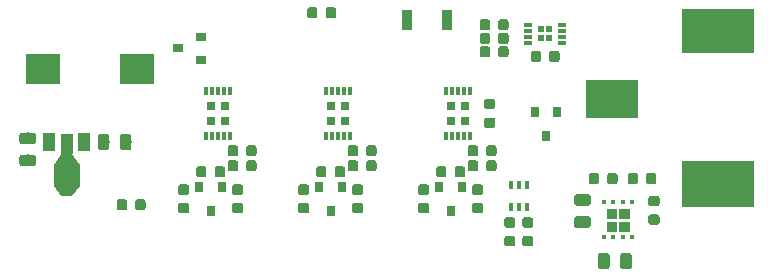
<source format=gtp>
G04 #@! TF.GenerationSoftware,KiCad,Pcbnew,(5.1.2-1)-1*
G04 #@! TF.CreationDate,2019-05-20T11:54:28-05:00*
G04 #@! TF.ProjectId,RPi-pHat-Thermocouple,5250692d-7048-4617-942d-546865726d6f,rev?*
G04 #@! TF.SameCoordinates,Original*
G04 #@! TF.FileFunction,Paste,Top*
G04 #@! TF.FilePolarity,Positive*
%FSLAX46Y46*%
G04 Gerber Fmt 4.6, Leading zero omitted, Abs format (unit mm)*
G04 Created by KiCad (PCBNEW (5.1.2-1)-1) date 2019-05-20 11:54:28*
%MOMM*%
%LPD*%
G04 APERTURE LIST*
%ADD10C,0.001000*%
%ADD11R,6.200000X3.810000*%
%ADD12R,6.200000X3.900000*%
%ADD13R,4.400000X3.300000*%
%ADD14C,0.152400*%
%ADD15C,0.975000*%
%ADD16C,0.875000*%
%ADD17R,0.400000X0.450000*%
%ADD18R,0.800000X0.900000*%
%ADD19R,0.400000X0.650000*%
%ADD20R,0.900000X1.700000*%
%ADD21R,2.999999X2.500000*%
%ADD22R,3.000000X2.500000*%
%ADD23R,0.900000X0.800000*%
%ADD24R,0.300000X0.790000*%
%ADD25R,0.690000X0.780000*%
%ADD26C,0.850000*%
%ADD27R,1.000000X1.500000*%
%ADD28R,1.000000X1.800000*%
%ADD29R,2.200000X1.840000*%
%ADD30C,1.000000*%
%ADD31R,0.750000X0.300000*%
%ADD32R,0.500000X0.600000*%
G04 APERTURE END LIST*
D10*
G36*
X63820500Y-48082000D02*
G01*
X63820500Y-48862000D01*
X64630500Y-48862000D01*
X64630500Y-48082000D01*
X63820500Y-48082000D01*
G37*
X63820500Y-48082000D02*
X63820500Y-48862000D01*
X64630500Y-48862000D01*
X64630500Y-48082000D01*
X63820500Y-48082000D01*
G36*
X63560500Y-48082000D02*
G01*
X63560500Y-48862000D01*
X62750500Y-48862000D01*
X62750500Y-48082000D01*
X63560500Y-48082000D01*
G37*
X63560500Y-48082000D02*
X63560500Y-48862000D01*
X62750500Y-48862000D01*
X62750500Y-48082000D01*
X63560500Y-48082000D01*
G36*
X63560500Y-49182000D02*
G01*
X63560500Y-49962000D01*
X62750500Y-49962000D01*
X62750500Y-49182000D01*
X63560500Y-49182000D01*
G37*
X63560500Y-49182000D02*
X63560500Y-49962000D01*
X62750500Y-49962000D01*
X62750500Y-49182000D01*
X63560500Y-49182000D01*
G36*
X64630500Y-49182000D02*
G01*
X64630500Y-49962000D01*
X63820500Y-49962000D01*
X63820500Y-49182000D01*
X64630500Y-49182000D01*
G37*
X64630500Y-49182000D02*
X64630500Y-49962000D01*
X63820500Y-49962000D01*
X63820500Y-49182000D01*
X64630500Y-49182000D01*
D11*
X72161000Y-33047000D03*
D12*
X72161000Y-45947000D03*
D13*
X63161000Y-38797000D03*
D14*
G36*
X61170642Y-48723174D02*
G01*
X61194303Y-48726684D01*
X61217507Y-48732496D01*
X61240029Y-48740554D01*
X61261653Y-48750782D01*
X61282170Y-48763079D01*
X61301383Y-48777329D01*
X61319107Y-48793393D01*
X61335171Y-48811117D01*
X61349421Y-48830330D01*
X61361718Y-48850847D01*
X61371946Y-48872471D01*
X61380004Y-48894993D01*
X61385816Y-48918197D01*
X61389326Y-48941858D01*
X61390500Y-48965750D01*
X61390500Y-49453250D01*
X61389326Y-49477142D01*
X61385816Y-49500803D01*
X61380004Y-49524007D01*
X61371946Y-49546529D01*
X61361718Y-49568153D01*
X61349421Y-49588670D01*
X61335171Y-49607883D01*
X61319107Y-49625607D01*
X61301383Y-49641671D01*
X61282170Y-49655921D01*
X61261653Y-49668218D01*
X61240029Y-49678446D01*
X61217507Y-49686504D01*
X61194303Y-49692316D01*
X61170642Y-49695826D01*
X61146750Y-49697000D01*
X60234250Y-49697000D01*
X60210358Y-49695826D01*
X60186697Y-49692316D01*
X60163493Y-49686504D01*
X60140971Y-49678446D01*
X60119347Y-49668218D01*
X60098830Y-49655921D01*
X60079617Y-49641671D01*
X60061893Y-49625607D01*
X60045829Y-49607883D01*
X60031579Y-49588670D01*
X60019282Y-49568153D01*
X60009054Y-49546529D01*
X60000996Y-49524007D01*
X59995184Y-49500803D01*
X59991674Y-49477142D01*
X59990500Y-49453250D01*
X59990500Y-48965750D01*
X59991674Y-48941858D01*
X59995184Y-48918197D01*
X60000996Y-48894993D01*
X60009054Y-48872471D01*
X60019282Y-48850847D01*
X60031579Y-48830330D01*
X60045829Y-48811117D01*
X60061893Y-48793393D01*
X60079617Y-48777329D01*
X60098830Y-48763079D01*
X60119347Y-48750782D01*
X60140971Y-48740554D01*
X60163493Y-48732496D01*
X60186697Y-48726684D01*
X60210358Y-48723174D01*
X60234250Y-48722000D01*
X61146750Y-48722000D01*
X61170642Y-48723174D01*
X61170642Y-48723174D01*
G37*
D15*
X60690500Y-49209500D03*
D14*
G36*
X61170642Y-46848174D02*
G01*
X61194303Y-46851684D01*
X61217507Y-46857496D01*
X61240029Y-46865554D01*
X61261653Y-46875782D01*
X61282170Y-46888079D01*
X61301383Y-46902329D01*
X61319107Y-46918393D01*
X61335171Y-46936117D01*
X61349421Y-46955330D01*
X61361718Y-46975847D01*
X61371946Y-46997471D01*
X61380004Y-47019993D01*
X61385816Y-47043197D01*
X61389326Y-47066858D01*
X61390500Y-47090750D01*
X61390500Y-47578250D01*
X61389326Y-47602142D01*
X61385816Y-47625803D01*
X61380004Y-47649007D01*
X61371946Y-47671529D01*
X61361718Y-47693153D01*
X61349421Y-47713670D01*
X61335171Y-47732883D01*
X61319107Y-47750607D01*
X61301383Y-47766671D01*
X61282170Y-47780921D01*
X61261653Y-47793218D01*
X61240029Y-47803446D01*
X61217507Y-47811504D01*
X61194303Y-47817316D01*
X61170642Y-47820826D01*
X61146750Y-47822000D01*
X60234250Y-47822000D01*
X60210358Y-47820826D01*
X60186697Y-47817316D01*
X60163493Y-47811504D01*
X60140971Y-47803446D01*
X60119347Y-47793218D01*
X60098830Y-47780921D01*
X60079617Y-47766671D01*
X60061893Y-47750607D01*
X60045829Y-47732883D01*
X60031579Y-47713670D01*
X60019282Y-47693153D01*
X60009054Y-47671529D01*
X60000996Y-47649007D01*
X59995184Y-47625803D01*
X59991674Y-47602142D01*
X59990500Y-47578250D01*
X59990500Y-47090750D01*
X59991674Y-47066858D01*
X59995184Y-47043197D01*
X60000996Y-47019993D01*
X60009054Y-46997471D01*
X60019282Y-46975847D01*
X60031579Y-46955330D01*
X60045829Y-46936117D01*
X60061893Y-46918393D01*
X60079617Y-46902329D01*
X60098830Y-46888079D01*
X60119347Y-46875782D01*
X60140971Y-46865554D01*
X60163493Y-46857496D01*
X60186697Y-46851684D01*
X60210358Y-46848174D01*
X60234250Y-46847000D01*
X61146750Y-46847000D01*
X61170642Y-46848174D01*
X61170642Y-46848174D01*
G37*
D15*
X60690500Y-47334500D03*
D14*
G36*
X67030191Y-48565053D02*
G01*
X67051426Y-48568203D01*
X67072250Y-48573419D01*
X67092462Y-48580651D01*
X67111868Y-48589830D01*
X67130281Y-48600866D01*
X67147524Y-48613654D01*
X67163430Y-48628070D01*
X67177846Y-48643976D01*
X67190634Y-48661219D01*
X67201670Y-48679632D01*
X67210849Y-48699038D01*
X67218081Y-48719250D01*
X67223297Y-48740074D01*
X67226447Y-48761309D01*
X67227500Y-48782750D01*
X67227500Y-49220250D01*
X67226447Y-49241691D01*
X67223297Y-49262926D01*
X67218081Y-49283750D01*
X67210849Y-49303962D01*
X67201670Y-49323368D01*
X67190634Y-49341781D01*
X67177846Y-49359024D01*
X67163430Y-49374930D01*
X67147524Y-49389346D01*
X67130281Y-49402134D01*
X67111868Y-49413170D01*
X67092462Y-49422349D01*
X67072250Y-49429581D01*
X67051426Y-49434797D01*
X67030191Y-49437947D01*
X67008750Y-49439000D01*
X66496250Y-49439000D01*
X66474809Y-49437947D01*
X66453574Y-49434797D01*
X66432750Y-49429581D01*
X66412538Y-49422349D01*
X66393132Y-49413170D01*
X66374719Y-49402134D01*
X66357476Y-49389346D01*
X66341570Y-49374930D01*
X66327154Y-49359024D01*
X66314366Y-49341781D01*
X66303330Y-49323368D01*
X66294151Y-49303962D01*
X66286919Y-49283750D01*
X66281703Y-49262926D01*
X66278553Y-49241691D01*
X66277500Y-49220250D01*
X66277500Y-48782750D01*
X66278553Y-48761309D01*
X66281703Y-48740074D01*
X66286919Y-48719250D01*
X66294151Y-48699038D01*
X66303330Y-48679632D01*
X66314366Y-48661219D01*
X66327154Y-48643976D01*
X66341570Y-48628070D01*
X66357476Y-48613654D01*
X66374719Y-48600866D01*
X66393132Y-48589830D01*
X66412538Y-48580651D01*
X66432750Y-48573419D01*
X66453574Y-48568203D01*
X66474809Y-48565053D01*
X66496250Y-48564000D01*
X67008750Y-48564000D01*
X67030191Y-48565053D01*
X67030191Y-48565053D01*
G37*
D16*
X66752500Y-49001500D03*
D14*
G36*
X67030191Y-46990053D02*
G01*
X67051426Y-46993203D01*
X67072250Y-46998419D01*
X67092462Y-47005651D01*
X67111868Y-47014830D01*
X67130281Y-47025866D01*
X67147524Y-47038654D01*
X67163430Y-47053070D01*
X67177846Y-47068976D01*
X67190634Y-47086219D01*
X67201670Y-47104632D01*
X67210849Y-47124038D01*
X67218081Y-47144250D01*
X67223297Y-47165074D01*
X67226447Y-47186309D01*
X67227500Y-47207750D01*
X67227500Y-47645250D01*
X67226447Y-47666691D01*
X67223297Y-47687926D01*
X67218081Y-47708750D01*
X67210849Y-47728962D01*
X67201670Y-47748368D01*
X67190634Y-47766781D01*
X67177846Y-47784024D01*
X67163430Y-47799930D01*
X67147524Y-47814346D01*
X67130281Y-47827134D01*
X67111868Y-47838170D01*
X67092462Y-47847349D01*
X67072250Y-47854581D01*
X67051426Y-47859797D01*
X67030191Y-47862947D01*
X67008750Y-47864000D01*
X66496250Y-47864000D01*
X66474809Y-47862947D01*
X66453574Y-47859797D01*
X66432750Y-47854581D01*
X66412538Y-47847349D01*
X66393132Y-47838170D01*
X66374719Y-47827134D01*
X66357476Y-47814346D01*
X66341570Y-47799930D01*
X66327154Y-47784024D01*
X66314366Y-47766781D01*
X66303330Y-47748368D01*
X66294151Y-47728962D01*
X66286919Y-47708750D01*
X66281703Y-47687926D01*
X66278553Y-47666691D01*
X66277500Y-47645250D01*
X66277500Y-47207750D01*
X66278553Y-47186309D01*
X66281703Y-47165074D01*
X66286919Y-47144250D01*
X66294151Y-47124038D01*
X66303330Y-47104632D01*
X66314366Y-47086219D01*
X66327154Y-47068976D01*
X66341570Y-47053070D01*
X66357476Y-47038654D01*
X66374719Y-47025866D01*
X66393132Y-47014830D01*
X66412538Y-47005651D01*
X66432750Y-46998419D01*
X66453574Y-46993203D01*
X66474809Y-46990053D01*
X66496250Y-46989000D01*
X67008750Y-46989000D01*
X67030191Y-46990053D01*
X67030191Y-46990053D01*
G37*
D16*
X66752500Y-47426500D03*
D14*
G36*
X64645642Y-51823174D02*
G01*
X64669303Y-51826684D01*
X64692507Y-51832496D01*
X64715029Y-51840554D01*
X64736653Y-51850782D01*
X64757170Y-51863079D01*
X64776383Y-51877329D01*
X64794107Y-51893393D01*
X64810171Y-51911117D01*
X64824421Y-51930330D01*
X64836718Y-51950847D01*
X64846946Y-51972471D01*
X64855004Y-51994993D01*
X64860816Y-52018197D01*
X64864326Y-52041858D01*
X64865500Y-52065750D01*
X64865500Y-52978250D01*
X64864326Y-53002142D01*
X64860816Y-53025803D01*
X64855004Y-53049007D01*
X64846946Y-53071529D01*
X64836718Y-53093153D01*
X64824421Y-53113670D01*
X64810171Y-53132883D01*
X64794107Y-53150607D01*
X64776383Y-53166671D01*
X64757170Y-53180921D01*
X64736653Y-53193218D01*
X64715029Y-53203446D01*
X64692507Y-53211504D01*
X64669303Y-53217316D01*
X64645642Y-53220826D01*
X64621750Y-53222000D01*
X64134250Y-53222000D01*
X64110358Y-53220826D01*
X64086697Y-53217316D01*
X64063493Y-53211504D01*
X64040971Y-53203446D01*
X64019347Y-53193218D01*
X63998830Y-53180921D01*
X63979617Y-53166671D01*
X63961893Y-53150607D01*
X63945829Y-53132883D01*
X63931579Y-53113670D01*
X63919282Y-53093153D01*
X63909054Y-53071529D01*
X63900996Y-53049007D01*
X63895184Y-53025803D01*
X63891674Y-53002142D01*
X63890500Y-52978250D01*
X63890500Y-52065750D01*
X63891674Y-52041858D01*
X63895184Y-52018197D01*
X63900996Y-51994993D01*
X63909054Y-51972471D01*
X63919282Y-51950847D01*
X63931579Y-51930330D01*
X63945829Y-51911117D01*
X63961893Y-51893393D01*
X63979617Y-51877329D01*
X63998830Y-51863079D01*
X64019347Y-51850782D01*
X64040971Y-51840554D01*
X64063493Y-51832496D01*
X64086697Y-51826684D01*
X64110358Y-51823174D01*
X64134250Y-51822000D01*
X64621750Y-51822000D01*
X64645642Y-51823174D01*
X64645642Y-51823174D01*
G37*
D15*
X64378000Y-52522000D03*
D14*
G36*
X62770642Y-51823174D02*
G01*
X62794303Y-51826684D01*
X62817507Y-51832496D01*
X62840029Y-51840554D01*
X62861653Y-51850782D01*
X62882170Y-51863079D01*
X62901383Y-51877329D01*
X62919107Y-51893393D01*
X62935171Y-51911117D01*
X62949421Y-51930330D01*
X62961718Y-51950847D01*
X62971946Y-51972471D01*
X62980004Y-51994993D01*
X62985816Y-52018197D01*
X62989326Y-52041858D01*
X62990500Y-52065750D01*
X62990500Y-52978250D01*
X62989326Y-53002142D01*
X62985816Y-53025803D01*
X62980004Y-53049007D01*
X62971946Y-53071529D01*
X62961718Y-53093153D01*
X62949421Y-53113670D01*
X62935171Y-53132883D01*
X62919107Y-53150607D01*
X62901383Y-53166671D01*
X62882170Y-53180921D01*
X62861653Y-53193218D01*
X62840029Y-53203446D01*
X62817507Y-53211504D01*
X62794303Y-53217316D01*
X62770642Y-53220826D01*
X62746750Y-53222000D01*
X62259250Y-53222000D01*
X62235358Y-53220826D01*
X62211697Y-53217316D01*
X62188493Y-53211504D01*
X62165971Y-53203446D01*
X62144347Y-53193218D01*
X62123830Y-53180921D01*
X62104617Y-53166671D01*
X62086893Y-53150607D01*
X62070829Y-53132883D01*
X62056579Y-53113670D01*
X62044282Y-53093153D01*
X62034054Y-53071529D01*
X62025996Y-53049007D01*
X62020184Y-53025803D01*
X62016674Y-53002142D01*
X62015500Y-52978250D01*
X62015500Y-52065750D01*
X62016674Y-52041858D01*
X62020184Y-52018197D01*
X62025996Y-51994993D01*
X62034054Y-51972471D01*
X62044282Y-51950847D01*
X62056579Y-51930330D01*
X62070829Y-51911117D01*
X62086893Y-51893393D01*
X62104617Y-51877329D01*
X62123830Y-51863079D01*
X62144347Y-51850782D01*
X62165971Y-51840554D01*
X62188493Y-51832496D01*
X62211697Y-51826684D01*
X62235358Y-51823174D01*
X62259250Y-51822000D01*
X62746750Y-51822000D01*
X62770642Y-51823174D01*
X62770642Y-51823174D01*
G37*
D15*
X62503000Y-52522000D03*
D17*
X64890500Y-50497000D03*
X64090500Y-50497000D03*
X63290500Y-50497000D03*
X62490500Y-50497000D03*
X62490500Y-47547000D03*
X63290500Y-47547000D03*
X64090500Y-47547000D03*
X64890500Y-47547000D03*
D14*
G36*
X66764191Y-45048053D02*
G01*
X66785426Y-45051203D01*
X66806250Y-45056419D01*
X66826462Y-45063651D01*
X66845868Y-45072830D01*
X66864281Y-45083866D01*
X66881524Y-45096654D01*
X66897430Y-45111070D01*
X66911846Y-45126976D01*
X66924634Y-45144219D01*
X66935670Y-45162632D01*
X66944849Y-45182038D01*
X66952081Y-45202250D01*
X66957297Y-45223074D01*
X66960447Y-45244309D01*
X66961500Y-45265750D01*
X66961500Y-45778250D01*
X66960447Y-45799691D01*
X66957297Y-45820926D01*
X66952081Y-45841750D01*
X66944849Y-45861962D01*
X66935670Y-45881368D01*
X66924634Y-45899781D01*
X66911846Y-45917024D01*
X66897430Y-45932930D01*
X66881524Y-45947346D01*
X66864281Y-45960134D01*
X66845868Y-45971170D01*
X66826462Y-45980349D01*
X66806250Y-45987581D01*
X66785426Y-45992797D01*
X66764191Y-45995947D01*
X66742750Y-45997000D01*
X66305250Y-45997000D01*
X66283809Y-45995947D01*
X66262574Y-45992797D01*
X66241750Y-45987581D01*
X66221538Y-45980349D01*
X66202132Y-45971170D01*
X66183719Y-45960134D01*
X66166476Y-45947346D01*
X66150570Y-45932930D01*
X66136154Y-45917024D01*
X66123366Y-45899781D01*
X66112330Y-45881368D01*
X66103151Y-45861962D01*
X66095919Y-45841750D01*
X66090703Y-45820926D01*
X66087553Y-45799691D01*
X66086500Y-45778250D01*
X66086500Y-45265750D01*
X66087553Y-45244309D01*
X66090703Y-45223074D01*
X66095919Y-45202250D01*
X66103151Y-45182038D01*
X66112330Y-45162632D01*
X66123366Y-45144219D01*
X66136154Y-45126976D01*
X66150570Y-45111070D01*
X66166476Y-45096654D01*
X66183719Y-45083866D01*
X66202132Y-45072830D01*
X66221538Y-45063651D01*
X66241750Y-45056419D01*
X66262574Y-45051203D01*
X66283809Y-45048053D01*
X66305250Y-45047000D01*
X66742750Y-45047000D01*
X66764191Y-45048053D01*
X66764191Y-45048053D01*
G37*
D16*
X66524000Y-45522000D03*
D14*
G36*
X65189191Y-45048053D02*
G01*
X65210426Y-45051203D01*
X65231250Y-45056419D01*
X65251462Y-45063651D01*
X65270868Y-45072830D01*
X65289281Y-45083866D01*
X65306524Y-45096654D01*
X65322430Y-45111070D01*
X65336846Y-45126976D01*
X65349634Y-45144219D01*
X65360670Y-45162632D01*
X65369849Y-45182038D01*
X65377081Y-45202250D01*
X65382297Y-45223074D01*
X65385447Y-45244309D01*
X65386500Y-45265750D01*
X65386500Y-45778250D01*
X65385447Y-45799691D01*
X65382297Y-45820926D01*
X65377081Y-45841750D01*
X65369849Y-45861962D01*
X65360670Y-45881368D01*
X65349634Y-45899781D01*
X65336846Y-45917024D01*
X65322430Y-45932930D01*
X65306524Y-45947346D01*
X65289281Y-45960134D01*
X65270868Y-45971170D01*
X65251462Y-45980349D01*
X65231250Y-45987581D01*
X65210426Y-45992797D01*
X65189191Y-45995947D01*
X65167750Y-45997000D01*
X64730250Y-45997000D01*
X64708809Y-45995947D01*
X64687574Y-45992797D01*
X64666750Y-45987581D01*
X64646538Y-45980349D01*
X64627132Y-45971170D01*
X64608719Y-45960134D01*
X64591476Y-45947346D01*
X64575570Y-45932930D01*
X64561154Y-45917024D01*
X64548366Y-45899781D01*
X64537330Y-45881368D01*
X64528151Y-45861962D01*
X64520919Y-45841750D01*
X64515703Y-45820926D01*
X64512553Y-45799691D01*
X64511500Y-45778250D01*
X64511500Y-45265750D01*
X64512553Y-45244309D01*
X64515703Y-45223074D01*
X64520919Y-45202250D01*
X64528151Y-45182038D01*
X64537330Y-45162632D01*
X64548366Y-45144219D01*
X64561154Y-45126976D01*
X64575570Y-45111070D01*
X64591476Y-45096654D01*
X64608719Y-45083866D01*
X64627132Y-45072830D01*
X64646538Y-45063651D01*
X64666750Y-45056419D01*
X64687574Y-45051203D01*
X64708809Y-45048053D01*
X64730250Y-45047000D01*
X65167750Y-45047000D01*
X65189191Y-45048053D01*
X65189191Y-45048053D01*
G37*
D16*
X64949000Y-45522000D03*
D14*
G36*
X61893191Y-45048053D02*
G01*
X61914426Y-45051203D01*
X61935250Y-45056419D01*
X61955462Y-45063651D01*
X61974868Y-45072830D01*
X61993281Y-45083866D01*
X62010524Y-45096654D01*
X62026430Y-45111070D01*
X62040846Y-45126976D01*
X62053634Y-45144219D01*
X62064670Y-45162632D01*
X62073849Y-45182038D01*
X62081081Y-45202250D01*
X62086297Y-45223074D01*
X62089447Y-45244309D01*
X62090500Y-45265750D01*
X62090500Y-45778250D01*
X62089447Y-45799691D01*
X62086297Y-45820926D01*
X62081081Y-45841750D01*
X62073849Y-45861962D01*
X62064670Y-45881368D01*
X62053634Y-45899781D01*
X62040846Y-45917024D01*
X62026430Y-45932930D01*
X62010524Y-45947346D01*
X61993281Y-45960134D01*
X61974868Y-45971170D01*
X61955462Y-45980349D01*
X61935250Y-45987581D01*
X61914426Y-45992797D01*
X61893191Y-45995947D01*
X61871750Y-45997000D01*
X61434250Y-45997000D01*
X61412809Y-45995947D01*
X61391574Y-45992797D01*
X61370750Y-45987581D01*
X61350538Y-45980349D01*
X61331132Y-45971170D01*
X61312719Y-45960134D01*
X61295476Y-45947346D01*
X61279570Y-45932930D01*
X61265154Y-45917024D01*
X61252366Y-45899781D01*
X61241330Y-45881368D01*
X61232151Y-45861962D01*
X61224919Y-45841750D01*
X61219703Y-45820926D01*
X61216553Y-45799691D01*
X61215500Y-45778250D01*
X61215500Y-45265750D01*
X61216553Y-45244309D01*
X61219703Y-45223074D01*
X61224919Y-45202250D01*
X61232151Y-45182038D01*
X61241330Y-45162632D01*
X61252366Y-45144219D01*
X61265154Y-45126976D01*
X61279570Y-45111070D01*
X61295476Y-45096654D01*
X61312719Y-45083866D01*
X61331132Y-45072830D01*
X61350538Y-45063651D01*
X61370750Y-45056419D01*
X61391574Y-45051203D01*
X61412809Y-45048053D01*
X61434250Y-45047000D01*
X61871750Y-45047000D01*
X61893191Y-45048053D01*
X61893191Y-45048053D01*
G37*
D16*
X61653000Y-45522000D03*
D14*
G36*
X63468191Y-45048053D02*
G01*
X63489426Y-45051203D01*
X63510250Y-45056419D01*
X63530462Y-45063651D01*
X63549868Y-45072830D01*
X63568281Y-45083866D01*
X63585524Y-45096654D01*
X63601430Y-45111070D01*
X63615846Y-45126976D01*
X63628634Y-45144219D01*
X63639670Y-45162632D01*
X63648849Y-45182038D01*
X63656081Y-45202250D01*
X63661297Y-45223074D01*
X63664447Y-45244309D01*
X63665500Y-45265750D01*
X63665500Y-45778250D01*
X63664447Y-45799691D01*
X63661297Y-45820926D01*
X63656081Y-45841750D01*
X63648849Y-45861962D01*
X63639670Y-45881368D01*
X63628634Y-45899781D01*
X63615846Y-45917024D01*
X63601430Y-45932930D01*
X63585524Y-45947346D01*
X63568281Y-45960134D01*
X63549868Y-45971170D01*
X63530462Y-45980349D01*
X63510250Y-45987581D01*
X63489426Y-45992797D01*
X63468191Y-45995947D01*
X63446750Y-45997000D01*
X63009250Y-45997000D01*
X62987809Y-45995947D01*
X62966574Y-45992797D01*
X62945750Y-45987581D01*
X62925538Y-45980349D01*
X62906132Y-45971170D01*
X62887719Y-45960134D01*
X62870476Y-45947346D01*
X62854570Y-45932930D01*
X62840154Y-45917024D01*
X62827366Y-45899781D01*
X62816330Y-45881368D01*
X62807151Y-45861962D01*
X62799919Y-45841750D01*
X62794703Y-45820926D01*
X62791553Y-45799691D01*
X62790500Y-45778250D01*
X62790500Y-45265750D01*
X62791553Y-45244309D01*
X62794703Y-45223074D01*
X62799919Y-45202250D01*
X62807151Y-45182038D01*
X62816330Y-45162632D01*
X62827366Y-45144219D01*
X62840154Y-45126976D01*
X62854570Y-45111070D01*
X62870476Y-45096654D01*
X62887719Y-45083866D01*
X62906132Y-45072830D01*
X62925538Y-45063651D01*
X62945750Y-45056419D01*
X62966574Y-45051203D01*
X62987809Y-45048053D01*
X63009250Y-45047000D01*
X63446750Y-45047000D01*
X63468191Y-45048053D01*
X63468191Y-45048053D01*
G37*
D16*
X63228000Y-45522000D03*
D14*
G36*
X56348191Y-50389053D02*
G01*
X56369426Y-50392203D01*
X56390250Y-50397419D01*
X56410462Y-50404651D01*
X56429868Y-50413830D01*
X56448281Y-50424866D01*
X56465524Y-50437654D01*
X56481430Y-50452070D01*
X56495846Y-50467976D01*
X56508634Y-50485219D01*
X56519670Y-50503632D01*
X56528849Y-50523038D01*
X56536081Y-50543250D01*
X56541297Y-50564074D01*
X56544447Y-50585309D01*
X56545500Y-50606750D01*
X56545500Y-51044250D01*
X56544447Y-51065691D01*
X56541297Y-51086926D01*
X56536081Y-51107750D01*
X56528849Y-51127962D01*
X56519670Y-51147368D01*
X56508634Y-51165781D01*
X56495846Y-51183024D01*
X56481430Y-51198930D01*
X56465524Y-51213346D01*
X56448281Y-51226134D01*
X56429868Y-51237170D01*
X56410462Y-51246349D01*
X56390250Y-51253581D01*
X56369426Y-51258797D01*
X56348191Y-51261947D01*
X56326750Y-51263000D01*
X55814250Y-51263000D01*
X55792809Y-51261947D01*
X55771574Y-51258797D01*
X55750750Y-51253581D01*
X55730538Y-51246349D01*
X55711132Y-51237170D01*
X55692719Y-51226134D01*
X55675476Y-51213346D01*
X55659570Y-51198930D01*
X55645154Y-51183024D01*
X55632366Y-51165781D01*
X55621330Y-51147368D01*
X55612151Y-51127962D01*
X55604919Y-51107750D01*
X55599703Y-51086926D01*
X55596553Y-51065691D01*
X55595500Y-51044250D01*
X55595500Y-50606750D01*
X55596553Y-50585309D01*
X55599703Y-50564074D01*
X55604919Y-50543250D01*
X55612151Y-50523038D01*
X55621330Y-50503632D01*
X55632366Y-50485219D01*
X55645154Y-50467976D01*
X55659570Y-50452070D01*
X55675476Y-50437654D01*
X55692719Y-50424866D01*
X55711132Y-50413830D01*
X55730538Y-50404651D01*
X55750750Y-50397419D01*
X55771574Y-50392203D01*
X55792809Y-50389053D01*
X55814250Y-50388000D01*
X56326750Y-50388000D01*
X56348191Y-50389053D01*
X56348191Y-50389053D01*
G37*
D16*
X56070500Y-50825500D03*
D14*
G36*
X56348191Y-48814053D02*
G01*
X56369426Y-48817203D01*
X56390250Y-48822419D01*
X56410462Y-48829651D01*
X56429868Y-48838830D01*
X56448281Y-48849866D01*
X56465524Y-48862654D01*
X56481430Y-48877070D01*
X56495846Y-48892976D01*
X56508634Y-48910219D01*
X56519670Y-48928632D01*
X56528849Y-48948038D01*
X56536081Y-48968250D01*
X56541297Y-48989074D01*
X56544447Y-49010309D01*
X56545500Y-49031750D01*
X56545500Y-49469250D01*
X56544447Y-49490691D01*
X56541297Y-49511926D01*
X56536081Y-49532750D01*
X56528849Y-49552962D01*
X56519670Y-49572368D01*
X56508634Y-49590781D01*
X56495846Y-49608024D01*
X56481430Y-49623930D01*
X56465524Y-49638346D01*
X56448281Y-49651134D01*
X56429868Y-49662170D01*
X56410462Y-49671349D01*
X56390250Y-49678581D01*
X56369426Y-49683797D01*
X56348191Y-49686947D01*
X56326750Y-49688000D01*
X55814250Y-49688000D01*
X55792809Y-49686947D01*
X55771574Y-49683797D01*
X55750750Y-49678581D01*
X55730538Y-49671349D01*
X55711132Y-49662170D01*
X55692719Y-49651134D01*
X55675476Y-49638346D01*
X55659570Y-49623930D01*
X55645154Y-49608024D01*
X55632366Y-49590781D01*
X55621330Y-49572368D01*
X55612151Y-49552962D01*
X55604919Y-49532750D01*
X55599703Y-49511926D01*
X55596553Y-49490691D01*
X55595500Y-49469250D01*
X55595500Y-49031750D01*
X55596553Y-49010309D01*
X55599703Y-48989074D01*
X55604919Y-48968250D01*
X55612151Y-48948038D01*
X55621330Y-48928632D01*
X55632366Y-48910219D01*
X55645154Y-48892976D01*
X55659570Y-48877070D01*
X55675476Y-48862654D01*
X55692719Y-48849866D01*
X55711132Y-48838830D01*
X55730538Y-48829651D01*
X55750750Y-48822419D01*
X55771574Y-48817203D01*
X55792809Y-48814053D01*
X55814250Y-48813000D01*
X56326750Y-48813000D01*
X56348191Y-48814053D01*
X56348191Y-48814053D01*
G37*
D16*
X56070500Y-49250500D03*
D14*
G36*
X54824191Y-50389053D02*
G01*
X54845426Y-50392203D01*
X54866250Y-50397419D01*
X54886462Y-50404651D01*
X54905868Y-50413830D01*
X54924281Y-50424866D01*
X54941524Y-50437654D01*
X54957430Y-50452070D01*
X54971846Y-50467976D01*
X54984634Y-50485219D01*
X54995670Y-50503632D01*
X55004849Y-50523038D01*
X55012081Y-50543250D01*
X55017297Y-50564074D01*
X55020447Y-50585309D01*
X55021500Y-50606750D01*
X55021500Y-51044250D01*
X55020447Y-51065691D01*
X55017297Y-51086926D01*
X55012081Y-51107750D01*
X55004849Y-51127962D01*
X54995670Y-51147368D01*
X54984634Y-51165781D01*
X54971846Y-51183024D01*
X54957430Y-51198930D01*
X54941524Y-51213346D01*
X54924281Y-51226134D01*
X54905868Y-51237170D01*
X54886462Y-51246349D01*
X54866250Y-51253581D01*
X54845426Y-51258797D01*
X54824191Y-51261947D01*
X54802750Y-51263000D01*
X54290250Y-51263000D01*
X54268809Y-51261947D01*
X54247574Y-51258797D01*
X54226750Y-51253581D01*
X54206538Y-51246349D01*
X54187132Y-51237170D01*
X54168719Y-51226134D01*
X54151476Y-51213346D01*
X54135570Y-51198930D01*
X54121154Y-51183024D01*
X54108366Y-51165781D01*
X54097330Y-51147368D01*
X54088151Y-51127962D01*
X54080919Y-51107750D01*
X54075703Y-51086926D01*
X54072553Y-51065691D01*
X54071500Y-51044250D01*
X54071500Y-50606750D01*
X54072553Y-50585309D01*
X54075703Y-50564074D01*
X54080919Y-50543250D01*
X54088151Y-50523038D01*
X54097330Y-50503632D01*
X54108366Y-50485219D01*
X54121154Y-50467976D01*
X54135570Y-50452070D01*
X54151476Y-50437654D01*
X54168719Y-50424866D01*
X54187132Y-50413830D01*
X54206538Y-50404651D01*
X54226750Y-50397419D01*
X54247574Y-50392203D01*
X54268809Y-50389053D01*
X54290250Y-50388000D01*
X54802750Y-50388000D01*
X54824191Y-50389053D01*
X54824191Y-50389053D01*
G37*
D16*
X54546500Y-50825500D03*
D14*
G36*
X54824191Y-48814053D02*
G01*
X54845426Y-48817203D01*
X54866250Y-48822419D01*
X54886462Y-48829651D01*
X54905868Y-48838830D01*
X54924281Y-48849866D01*
X54941524Y-48862654D01*
X54957430Y-48877070D01*
X54971846Y-48892976D01*
X54984634Y-48910219D01*
X54995670Y-48928632D01*
X55004849Y-48948038D01*
X55012081Y-48968250D01*
X55017297Y-48989074D01*
X55020447Y-49010309D01*
X55021500Y-49031750D01*
X55021500Y-49469250D01*
X55020447Y-49490691D01*
X55017297Y-49511926D01*
X55012081Y-49532750D01*
X55004849Y-49552962D01*
X54995670Y-49572368D01*
X54984634Y-49590781D01*
X54971846Y-49608024D01*
X54957430Y-49623930D01*
X54941524Y-49638346D01*
X54924281Y-49651134D01*
X54905868Y-49662170D01*
X54886462Y-49671349D01*
X54866250Y-49678581D01*
X54845426Y-49683797D01*
X54824191Y-49686947D01*
X54802750Y-49688000D01*
X54290250Y-49688000D01*
X54268809Y-49686947D01*
X54247574Y-49683797D01*
X54226750Y-49678581D01*
X54206538Y-49671349D01*
X54187132Y-49662170D01*
X54168719Y-49651134D01*
X54151476Y-49638346D01*
X54135570Y-49623930D01*
X54121154Y-49608024D01*
X54108366Y-49590781D01*
X54097330Y-49572368D01*
X54088151Y-49552962D01*
X54080919Y-49532750D01*
X54075703Y-49511926D01*
X54072553Y-49490691D01*
X54071500Y-49469250D01*
X54071500Y-49031750D01*
X54072553Y-49010309D01*
X54075703Y-48989074D01*
X54080919Y-48968250D01*
X54088151Y-48948038D01*
X54097330Y-48928632D01*
X54108366Y-48910219D01*
X54121154Y-48892976D01*
X54135570Y-48877070D01*
X54151476Y-48862654D01*
X54168719Y-48849866D01*
X54187132Y-48838830D01*
X54206538Y-48829651D01*
X54226750Y-48822419D01*
X54247574Y-48817203D01*
X54268809Y-48814053D01*
X54290250Y-48813000D01*
X54802750Y-48813000D01*
X54824191Y-48814053D01*
X54824191Y-48814053D01*
G37*
D16*
X54546500Y-49250500D03*
D18*
X57594500Y-41894000D03*
X56644500Y-39894000D03*
X58544500Y-39894000D03*
D19*
X55958500Y-47940000D03*
X54658500Y-47940000D03*
X55308500Y-46040000D03*
X55308500Y-47940000D03*
X54658500Y-46040000D03*
X55958500Y-46040000D03*
D20*
X49261500Y-32131000D03*
X45861500Y-32131000D03*
D14*
G36*
X56983691Y-34705053D02*
G01*
X57004926Y-34708203D01*
X57025750Y-34713419D01*
X57045962Y-34720651D01*
X57065368Y-34729830D01*
X57083781Y-34740866D01*
X57101024Y-34753654D01*
X57116930Y-34768070D01*
X57131346Y-34783976D01*
X57144134Y-34801219D01*
X57155170Y-34819632D01*
X57164349Y-34839038D01*
X57171581Y-34859250D01*
X57176797Y-34880074D01*
X57179947Y-34901309D01*
X57181000Y-34922750D01*
X57181000Y-35435250D01*
X57179947Y-35456691D01*
X57176797Y-35477926D01*
X57171581Y-35498750D01*
X57164349Y-35518962D01*
X57155170Y-35538368D01*
X57144134Y-35556781D01*
X57131346Y-35574024D01*
X57116930Y-35589930D01*
X57101024Y-35604346D01*
X57083781Y-35617134D01*
X57065368Y-35628170D01*
X57045962Y-35637349D01*
X57025750Y-35644581D01*
X57004926Y-35649797D01*
X56983691Y-35652947D01*
X56962250Y-35654000D01*
X56524750Y-35654000D01*
X56503309Y-35652947D01*
X56482074Y-35649797D01*
X56461250Y-35644581D01*
X56441038Y-35637349D01*
X56421632Y-35628170D01*
X56403219Y-35617134D01*
X56385976Y-35604346D01*
X56370070Y-35589930D01*
X56355654Y-35574024D01*
X56342866Y-35556781D01*
X56331830Y-35538368D01*
X56322651Y-35518962D01*
X56315419Y-35498750D01*
X56310203Y-35477926D01*
X56307053Y-35456691D01*
X56306000Y-35435250D01*
X56306000Y-34922750D01*
X56307053Y-34901309D01*
X56310203Y-34880074D01*
X56315419Y-34859250D01*
X56322651Y-34839038D01*
X56331830Y-34819632D01*
X56342866Y-34801219D01*
X56355654Y-34783976D01*
X56370070Y-34768070D01*
X56385976Y-34753654D01*
X56403219Y-34740866D01*
X56421632Y-34729830D01*
X56441038Y-34720651D01*
X56461250Y-34713419D01*
X56482074Y-34708203D01*
X56503309Y-34705053D01*
X56524750Y-34704000D01*
X56962250Y-34704000D01*
X56983691Y-34705053D01*
X56983691Y-34705053D01*
G37*
D16*
X56743500Y-35179000D03*
D14*
G36*
X58558691Y-34705053D02*
G01*
X58579926Y-34708203D01*
X58600750Y-34713419D01*
X58620962Y-34720651D01*
X58640368Y-34729830D01*
X58658781Y-34740866D01*
X58676024Y-34753654D01*
X58691930Y-34768070D01*
X58706346Y-34783976D01*
X58719134Y-34801219D01*
X58730170Y-34819632D01*
X58739349Y-34839038D01*
X58746581Y-34859250D01*
X58751797Y-34880074D01*
X58754947Y-34901309D01*
X58756000Y-34922750D01*
X58756000Y-35435250D01*
X58754947Y-35456691D01*
X58751797Y-35477926D01*
X58746581Y-35498750D01*
X58739349Y-35518962D01*
X58730170Y-35538368D01*
X58719134Y-35556781D01*
X58706346Y-35574024D01*
X58691930Y-35589930D01*
X58676024Y-35604346D01*
X58658781Y-35617134D01*
X58640368Y-35628170D01*
X58620962Y-35637349D01*
X58600750Y-35644581D01*
X58579926Y-35649797D01*
X58558691Y-35652947D01*
X58537250Y-35654000D01*
X58099750Y-35654000D01*
X58078309Y-35652947D01*
X58057074Y-35649797D01*
X58036250Y-35644581D01*
X58016038Y-35637349D01*
X57996632Y-35628170D01*
X57978219Y-35617134D01*
X57960976Y-35604346D01*
X57945070Y-35589930D01*
X57930654Y-35574024D01*
X57917866Y-35556781D01*
X57906830Y-35538368D01*
X57897651Y-35518962D01*
X57890419Y-35498750D01*
X57885203Y-35477926D01*
X57882053Y-35456691D01*
X57881000Y-35435250D01*
X57881000Y-34922750D01*
X57882053Y-34901309D01*
X57885203Y-34880074D01*
X57890419Y-34859250D01*
X57897651Y-34839038D01*
X57906830Y-34819632D01*
X57917866Y-34801219D01*
X57930654Y-34783976D01*
X57945070Y-34768070D01*
X57960976Y-34753654D01*
X57978219Y-34740866D01*
X57996632Y-34729830D01*
X58016038Y-34720651D01*
X58036250Y-34713419D01*
X58057074Y-34708203D01*
X58078309Y-34705053D01*
X58099750Y-34704000D01*
X58537250Y-34704000D01*
X58558691Y-34705053D01*
X58558691Y-34705053D01*
G37*
D16*
X58318500Y-35179000D03*
D18*
X30160000Y-46244000D03*
X28260000Y-46244000D03*
X29210000Y-48244000D03*
D21*
X15000000Y-36250000D03*
D22*
X23000000Y-36250000D03*
D14*
G36*
X31329691Y-42706053D02*
G01*
X31350926Y-42709203D01*
X31371750Y-42714419D01*
X31391962Y-42721651D01*
X31411368Y-42730830D01*
X31429781Y-42741866D01*
X31447024Y-42754654D01*
X31462930Y-42769070D01*
X31477346Y-42784976D01*
X31490134Y-42802219D01*
X31501170Y-42820632D01*
X31510349Y-42840038D01*
X31517581Y-42860250D01*
X31522797Y-42881074D01*
X31525947Y-42902309D01*
X31527000Y-42923750D01*
X31527000Y-43436250D01*
X31525947Y-43457691D01*
X31522797Y-43478926D01*
X31517581Y-43499750D01*
X31510349Y-43519962D01*
X31501170Y-43539368D01*
X31490134Y-43557781D01*
X31477346Y-43575024D01*
X31462930Y-43590930D01*
X31447024Y-43605346D01*
X31429781Y-43618134D01*
X31411368Y-43629170D01*
X31391962Y-43638349D01*
X31371750Y-43645581D01*
X31350926Y-43650797D01*
X31329691Y-43653947D01*
X31308250Y-43655000D01*
X30870750Y-43655000D01*
X30849309Y-43653947D01*
X30828074Y-43650797D01*
X30807250Y-43645581D01*
X30787038Y-43638349D01*
X30767632Y-43629170D01*
X30749219Y-43618134D01*
X30731976Y-43605346D01*
X30716070Y-43590930D01*
X30701654Y-43575024D01*
X30688866Y-43557781D01*
X30677830Y-43539368D01*
X30668651Y-43519962D01*
X30661419Y-43499750D01*
X30656203Y-43478926D01*
X30653053Y-43457691D01*
X30652000Y-43436250D01*
X30652000Y-42923750D01*
X30653053Y-42902309D01*
X30656203Y-42881074D01*
X30661419Y-42860250D01*
X30668651Y-42840038D01*
X30677830Y-42820632D01*
X30688866Y-42802219D01*
X30701654Y-42784976D01*
X30716070Y-42769070D01*
X30731976Y-42754654D01*
X30749219Y-42741866D01*
X30767632Y-42730830D01*
X30787038Y-42721651D01*
X30807250Y-42714419D01*
X30828074Y-42709203D01*
X30849309Y-42706053D01*
X30870750Y-42705000D01*
X31308250Y-42705000D01*
X31329691Y-42706053D01*
X31329691Y-42706053D01*
G37*
D16*
X31089500Y-43180000D03*
D14*
G36*
X32904691Y-42706053D02*
G01*
X32925926Y-42709203D01*
X32946750Y-42714419D01*
X32966962Y-42721651D01*
X32986368Y-42730830D01*
X33004781Y-42741866D01*
X33022024Y-42754654D01*
X33037930Y-42769070D01*
X33052346Y-42784976D01*
X33065134Y-42802219D01*
X33076170Y-42820632D01*
X33085349Y-42840038D01*
X33092581Y-42860250D01*
X33097797Y-42881074D01*
X33100947Y-42902309D01*
X33102000Y-42923750D01*
X33102000Y-43436250D01*
X33100947Y-43457691D01*
X33097797Y-43478926D01*
X33092581Y-43499750D01*
X33085349Y-43519962D01*
X33076170Y-43539368D01*
X33065134Y-43557781D01*
X33052346Y-43575024D01*
X33037930Y-43590930D01*
X33022024Y-43605346D01*
X33004781Y-43618134D01*
X32986368Y-43629170D01*
X32966962Y-43638349D01*
X32946750Y-43645581D01*
X32925926Y-43650797D01*
X32904691Y-43653947D01*
X32883250Y-43655000D01*
X32445750Y-43655000D01*
X32424309Y-43653947D01*
X32403074Y-43650797D01*
X32382250Y-43645581D01*
X32362038Y-43638349D01*
X32342632Y-43629170D01*
X32324219Y-43618134D01*
X32306976Y-43605346D01*
X32291070Y-43590930D01*
X32276654Y-43575024D01*
X32263866Y-43557781D01*
X32252830Y-43539368D01*
X32243651Y-43519962D01*
X32236419Y-43499750D01*
X32231203Y-43478926D01*
X32228053Y-43457691D01*
X32227000Y-43436250D01*
X32227000Y-42923750D01*
X32228053Y-42902309D01*
X32231203Y-42881074D01*
X32236419Y-42860250D01*
X32243651Y-42840038D01*
X32252830Y-42820632D01*
X32263866Y-42802219D01*
X32276654Y-42784976D01*
X32291070Y-42769070D01*
X32306976Y-42754654D01*
X32324219Y-42741866D01*
X32342632Y-42730830D01*
X32362038Y-42721651D01*
X32382250Y-42714419D01*
X32403074Y-42709203D01*
X32424309Y-42706053D01*
X32445750Y-42705000D01*
X32883250Y-42705000D01*
X32904691Y-42706053D01*
X32904691Y-42706053D01*
G37*
D16*
X32664500Y-43180000D03*
D14*
G36*
X30237691Y-44484053D02*
G01*
X30258926Y-44487203D01*
X30279750Y-44492419D01*
X30299962Y-44499651D01*
X30319368Y-44508830D01*
X30337781Y-44519866D01*
X30355024Y-44532654D01*
X30370930Y-44547070D01*
X30385346Y-44562976D01*
X30398134Y-44580219D01*
X30409170Y-44598632D01*
X30418349Y-44618038D01*
X30425581Y-44638250D01*
X30430797Y-44659074D01*
X30433947Y-44680309D01*
X30435000Y-44701750D01*
X30435000Y-45214250D01*
X30433947Y-45235691D01*
X30430797Y-45256926D01*
X30425581Y-45277750D01*
X30418349Y-45297962D01*
X30409170Y-45317368D01*
X30398134Y-45335781D01*
X30385346Y-45353024D01*
X30370930Y-45368930D01*
X30355024Y-45383346D01*
X30337781Y-45396134D01*
X30319368Y-45407170D01*
X30299962Y-45416349D01*
X30279750Y-45423581D01*
X30258926Y-45428797D01*
X30237691Y-45431947D01*
X30216250Y-45433000D01*
X29778750Y-45433000D01*
X29757309Y-45431947D01*
X29736074Y-45428797D01*
X29715250Y-45423581D01*
X29695038Y-45416349D01*
X29675632Y-45407170D01*
X29657219Y-45396134D01*
X29639976Y-45383346D01*
X29624070Y-45368930D01*
X29609654Y-45353024D01*
X29596866Y-45335781D01*
X29585830Y-45317368D01*
X29576651Y-45297962D01*
X29569419Y-45277750D01*
X29564203Y-45256926D01*
X29561053Y-45235691D01*
X29560000Y-45214250D01*
X29560000Y-44701750D01*
X29561053Y-44680309D01*
X29564203Y-44659074D01*
X29569419Y-44638250D01*
X29576651Y-44618038D01*
X29585830Y-44598632D01*
X29596866Y-44580219D01*
X29609654Y-44562976D01*
X29624070Y-44547070D01*
X29639976Y-44532654D01*
X29657219Y-44519866D01*
X29675632Y-44508830D01*
X29695038Y-44499651D01*
X29715250Y-44492419D01*
X29736074Y-44487203D01*
X29757309Y-44484053D01*
X29778750Y-44483000D01*
X30216250Y-44483000D01*
X30237691Y-44484053D01*
X30237691Y-44484053D01*
G37*
D16*
X29997500Y-44958000D03*
D14*
G36*
X28662691Y-44484053D02*
G01*
X28683926Y-44487203D01*
X28704750Y-44492419D01*
X28724962Y-44499651D01*
X28744368Y-44508830D01*
X28762781Y-44519866D01*
X28780024Y-44532654D01*
X28795930Y-44547070D01*
X28810346Y-44562976D01*
X28823134Y-44580219D01*
X28834170Y-44598632D01*
X28843349Y-44618038D01*
X28850581Y-44638250D01*
X28855797Y-44659074D01*
X28858947Y-44680309D01*
X28860000Y-44701750D01*
X28860000Y-45214250D01*
X28858947Y-45235691D01*
X28855797Y-45256926D01*
X28850581Y-45277750D01*
X28843349Y-45297962D01*
X28834170Y-45317368D01*
X28823134Y-45335781D01*
X28810346Y-45353024D01*
X28795930Y-45368930D01*
X28780024Y-45383346D01*
X28762781Y-45396134D01*
X28744368Y-45407170D01*
X28724962Y-45416349D01*
X28704750Y-45423581D01*
X28683926Y-45428797D01*
X28662691Y-45431947D01*
X28641250Y-45433000D01*
X28203750Y-45433000D01*
X28182309Y-45431947D01*
X28161074Y-45428797D01*
X28140250Y-45423581D01*
X28120038Y-45416349D01*
X28100632Y-45407170D01*
X28082219Y-45396134D01*
X28064976Y-45383346D01*
X28049070Y-45368930D01*
X28034654Y-45353024D01*
X28021866Y-45335781D01*
X28010830Y-45317368D01*
X28001651Y-45297962D01*
X27994419Y-45277750D01*
X27989203Y-45256926D01*
X27986053Y-45235691D01*
X27985000Y-45214250D01*
X27985000Y-44701750D01*
X27986053Y-44680309D01*
X27989203Y-44659074D01*
X27994419Y-44638250D01*
X28001651Y-44618038D01*
X28010830Y-44598632D01*
X28021866Y-44580219D01*
X28034654Y-44562976D01*
X28049070Y-44547070D01*
X28064976Y-44532654D01*
X28082219Y-44519866D01*
X28100632Y-44508830D01*
X28120038Y-44499651D01*
X28140250Y-44492419D01*
X28161074Y-44487203D01*
X28182309Y-44484053D01*
X28203750Y-44483000D01*
X28641250Y-44483000D01*
X28662691Y-44484053D01*
X28662691Y-44484053D01*
G37*
D16*
X28422500Y-44958000D03*
D14*
G36*
X21931691Y-47278053D02*
G01*
X21952926Y-47281203D01*
X21973750Y-47286419D01*
X21993962Y-47293651D01*
X22013368Y-47302830D01*
X22031781Y-47313866D01*
X22049024Y-47326654D01*
X22064930Y-47341070D01*
X22079346Y-47356976D01*
X22092134Y-47374219D01*
X22103170Y-47392632D01*
X22112349Y-47412038D01*
X22119581Y-47432250D01*
X22124797Y-47453074D01*
X22127947Y-47474309D01*
X22129000Y-47495750D01*
X22129000Y-48008250D01*
X22127947Y-48029691D01*
X22124797Y-48050926D01*
X22119581Y-48071750D01*
X22112349Y-48091962D01*
X22103170Y-48111368D01*
X22092134Y-48129781D01*
X22079346Y-48147024D01*
X22064930Y-48162930D01*
X22049024Y-48177346D01*
X22031781Y-48190134D01*
X22013368Y-48201170D01*
X21993962Y-48210349D01*
X21973750Y-48217581D01*
X21952926Y-48222797D01*
X21931691Y-48225947D01*
X21910250Y-48227000D01*
X21472750Y-48227000D01*
X21451309Y-48225947D01*
X21430074Y-48222797D01*
X21409250Y-48217581D01*
X21389038Y-48210349D01*
X21369632Y-48201170D01*
X21351219Y-48190134D01*
X21333976Y-48177346D01*
X21318070Y-48162930D01*
X21303654Y-48147024D01*
X21290866Y-48129781D01*
X21279830Y-48111368D01*
X21270651Y-48091962D01*
X21263419Y-48071750D01*
X21258203Y-48050926D01*
X21255053Y-48029691D01*
X21254000Y-48008250D01*
X21254000Y-47495750D01*
X21255053Y-47474309D01*
X21258203Y-47453074D01*
X21263419Y-47432250D01*
X21270651Y-47412038D01*
X21279830Y-47392632D01*
X21290866Y-47374219D01*
X21303654Y-47356976D01*
X21318070Y-47341070D01*
X21333976Y-47326654D01*
X21351219Y-47313866D01*
X21369632Y-47302830D01*
X21389038Y-47293651D01*
X21409250Y-47286419D01*
X21430074Y-47281203D01*
X21451309Y-47278053D01*
X21472750Y-47277000D01*
X21910250Y-47277000D01*
X21931691Y-47278053D01*
X21931691Y-47278053D01*
G37*
D16*
X21691500Y-47752000D03*
D14*
G36*
X23506691Y-47278053D02*
G01*
X23527926Y-47281203D01*
X23548750Y-47286419D01*
X23568962Y-47293651D01*
X23588368Y-47302830D01*
X23606781Y-47313866D01*
X23624024Y-47326654D01*
X23639930Y-47341070D01*
X23654346Y-47356976D01*
X23667134Y-47374219D01*
X23678170Y-47392632D01*
X23687349Y-47412038D01*
X23694581Y-47432250D01*
X23699797Y-47453074D01*
X23702947Y-47474309D01*
X23704000Y-47495750D01*
X23704000Y-48008250D01*
X23702947Y-48029691D01*
X23699797Y-48050926D01*
X23694581Y-48071750D01*
X23687349Y-48091962D01*
X23678170Y-48111368D01*
X23667134Y-48129781D01*
X23654346Y-48147024D01*
X23639930Y-48162930D01*
X23624024Y-48177346D01*
X23606781Y-48190134D01*
X23588368Y-48201170D01*
X23568962Y-48210349D01*
X23548750Y-48217581D01*
X23527926Y-48222797D01*
X23506691Y-48225947D01*
X23485250Y-48227000D01*
X23047750Y-48227000D01*
X23026309Y-48225947D01*
X23005074Y-48222797D01*
X22984250Y-48217581D01*
X22964038Y-48210349D01*
X22944632Y-48201170D01*
X22926219Y-48190134D01*
X22908976Y-48177346D01*
X22893070Y-48162930D01*
X22878654Y-48147024D01*
X22865866Y-48129781D01*
X22854830Y-48111368D01*
X22845651Y-48091962D01*
X22838419Y-48071750D01*
X22833203Y-48050926D01*
X22830053Y-48029691D01*
X22829000Y-48008250D01*
X22829000Y-47495750D01*
X22830053Y-47474309D01*
X22833203Y-47453074D01*
X22838419Y-47432250D01*
X22845651Y-47412038D01*
X22854830Y-47392632D01*
X22865866Y-47374219D01*
X22878654Y-47356976D01*
X22893070Y-47341070D01*
X22908976Y-47326654D01*
X22926219Y-47313866D01*
X22944632Y-47302830D01*
X22964038Y-47293651D01*
X22984250Y-47286419D01*
X23005074Y-47281203D01*
X23026309Y-47278053D01*
X23047750Y-47277000D01*
X23485250Y-47277000D01*
X23506691Y-47278053D01*
X23506691Y-47278053D01*
G37*
D16*
X23266500Y-47752000D03*
D14*
G36*
X41489691Y-42706053D02*
G01*
X41510926Y-42709203D01*
X41531750Y-42714419D01*
X41551962Y-42721651D01*
X41571368Y-42730830D01*
X41589781Y-42741866D01*
X41607024Y-42754654D01*
X41622930Y-42769070D01*
X41637346Y-42784976D01*
X41650134Y-42802219D01*
X41661170Y-42820632D01*
X41670349Y-42840038D01*
X41677581Y-42860250D01*
X41682797Y-42881074D01*
X41685947Y-42902309D01*
X41687000Y-42923750D01*
X41687000Y-43436250D01*
X41685947Y-43457691D01*
X41682797Y-43478926D01*
X41677581Y-43499750D01*
X41670349Y-43519962D01*
X41661170Y-43539368D01*
X41650134Y-43557781D01*
X41637346Y-43575024D01*
X41622930Y-43590930D01*
X41607024Y-43605346D01*
X41589781Y-43618134D01*
X41571368Y-43629170D01*
X41551962Y-43638349D01*
X41531750Y-43645581D01*
X41510926Y-43650797D01*
X41489691Y-43653947D01*
X41468250Y-43655000D01*
X41030750Y-43655000D01*
X41009309Y-43653947D01*
X40988074Y-43650797D01*
X40967250Y-43645581D01*
X40947038Y-43638349D01*
X40927632Y-43629170D01*
X40909219Y-43618134D01*
X40891976Y-43605346D01*
X40876070Y-43590930D01*
X40861654Y-43575024D01*
X40848866Y-43557781D01*
X40837830Y-43539368D01*
X40828651Y-43519962D01*
X40821419Y-43499750D01*
X40816203Y-43478926D01*
X40813053Y-43457691D01*
X40812000Y-43436250D01*
X40812000Y-42923750D01*
X40813053Y-42902309D01*
X40816203Y-42881074D01*
X40821419Y-42860250D01*
X40828651Y-42840038D01*
X40837830Y-42820632D01*
X40848866Y-42802219D01*
X40861654Y-42784976D01*
X40876070Y-42769070D01*
X40891976Y-42754654D01*
X40909219Y-42741866D01*
X40927632Y-42730830D01*
X40947038Y-42721651D01*
X40967250Y-42714419D01*
X40988074Y-42709203D01*
X41009309Y-42706053D01*
X41030750Y-42705000D01*
X41468250Y-42705000D01*
X41489691Y-42706053D01*
X41489691Y-42706053D01*
G37*
D16*
X41249500Y-43180000D03*
D14*
G36*
X43064691Y-42706053D02*
G01*
X43085926Y-42709203D01*
X43106750Y-42714419D01*
X43126962Y-42721651D01*
X43146368Y-42730830D01*
X43164781Y-42741866D01*
X43182024Y-42754654D01*
X43197930Y-42769070D01*
X43212346Y-42784976D01*
X43225134Y-42802219D01*
X43236170Y-42820632D01*
X43245349Y-42840038D01*
X43252581Y-42860250D01*
X43257797Y-42881074D01*
X43260947Y-42902309D01*
X43262000Y-42923750D01*
X43262000Y-43436250D01*
X43260947Y-43457691D01*
X43257797Y-43478926D01*
X43252581Y-43499750D01*
X43245349Y-43519962D01*
X43236170Y-43539368D01*
X43225134Y-43557781D01*
X43212346Y-43575024D01*
X43197930Y-43590930D01*
X43182024Y-43605346D01*
X43164781Y-43618134D01*
X43146368Y-43629170D01*
X43126962Y-43638349D01*
X43106750Y-43645581D01*
X43085926Y-43650797D01*
X43064691Y-43653947D01*
X43043250Y-43655000D01*
X42605750Y-43655000D01*
X42584309Y-43653947D01*
X42563074Y-43650797D01*
X42542250Y-43645581D01*
X42522038Y-43638349D01*
X42502632Y-43629170D01*
X42484219Y-43618134D01*
X42466976Y-43605346D01*
X42451070Y-43590930D01*
X42436654Y-43575024D01*
X42423866Y-43557781D01*
X42412830Y-43539368D01*
X42403651Y-43519962D01*
X42396419Y-43499750D01*
X42391203Y-43478926D01*
X42388053Y-43457691D01*
X42387000Y-43436250D01*
X42387000Y-42923750D01*
X42388053Y-42902309D01*
X42391203Y-42881074D01*
X42396419Y-42860250D01*
X42403651Y-42840038D01*
X42412830Y-42820632D01*
X42423866Y-42802219D01*
X42436654Y-42784976D01*
X42451070Y-42769070D01*
X42466976Y-42754654D01*
X42484219Y-42741866D01*
X42502632Y-42730830D01*
X42522038Y-42721651D01*
X42542250Y-42714419D01*
X42563074Y-42709203D01*
X42584309Y-42706053D01*
X42605750Y-42705000D01*
X43043250Y-42705000D01*
X43064691Y-42706053D01*
X43064691Y-42706053D01*
G37*
D16*
X42824500Y-43180000D03*
D14*
G36*
X40397691Y-44484053D02*
G01*
X40418926Y-44487203D01*
X40439750Y-44492419D01*
X40459962Y-44499651D01*
X40479368Y-44508830D01*
X40497781Y-44519866D01*
X40515024Y-44532654D01*
X40530930Y-44547070D01*
X40545346Y-44562976D01*
X40558134Y-44580219D01*
X40569170Y-44598632D01*
X40578349Y-44618038D01*
X40585581Y-44638250D01*
X40590797Y-44659074D01*
X40593947Y-44680309D01*
X40595000Y-44701750D01*
X40595000Y-45214250D01*
X40593947Y-45235691D01*
X40590797Y-45256926D01*
X40585581Y-45277750D01*
X40578349Y-45297962D01*
X40569170Y-45317368D01*
X40558134Y-45335781D01*
X40545346Y-45353024D01*
X40530930Y-45368930D01*
X40515024Y-45383346D01*
X40497781Y-45396134D01*
X40479368Y-45407170D01*
X40459962Y-45416349D01*
X40439750Y-45423581D01*
X40418926Y-45428797D01*
X40397691Y-45431947D01*
X40376250Y-45433000D01*
X39938750Y-45433000D01*
X39917309Y-45431947D01*
X39896074Y-45428797D01*
X39875250Y-45423581D01*
X39855038Y-45416349D01*
X39835632Y-45407170D01*
X39817219Y-45396134D01*
X39799976Y-45383346D01*
X39784070Y-45368930D01*
X39769654Y-45353024D01*
X39756866Y-45335781D01*
X39745830Y-45317368D01*
X39736651Y-45297962D01*
X39729419Y-45277750D01*
X39724203Y-45256926D01*
X39721053Y-45235691D01*
X39720000Y-45214250D01*
X39720000Y-44701750D01*
X39721053Y-44680309D01*
X39724203Y-44659074D01*
X39729419Y-44638250D01*
X39736651Y-44618038D01*
X39745830Y-44598632D01*
X39756866Y-44580219D01*
X39769654Y-44562976D01*
X39784070Y-44547070D01*
X39799976Y-44532654D01*
X39817219Y-44519866D01*
X39835632Y-44508830D01*
X39855038Y-44499651D01*
X39875250Y-44492419D01*
X39896074Y-44487203D01*
X39917309Y-44484053D01*
X39938750Y-44483000D01*
X40376250Y-44483000D01*
X40397691Y-44484053D01*
X40397691Y-44484053D01*
G37*
D16*
X40157500Y-44958000D03*
D14*
G36*
X38822691Y-44484053D02*
G01*
X38843926Y-44487203D01*
X38864750Y-44492419D01*
X38884962Y-44499651D01*
X38904368Y-44508830D01*
X38922781Y-44519866D01*
X38940024Y-44532654D01*
X38955930Y-44547070D01*
X38970346Y-44562976D01*
X38983134Y-44580219D01*
X38994170Y-44598632D01*
X39003349Y-44618038D01*
X39010581Y-44638250D01*
X39015797Y-44659074D01*
X39018947Y-44680309D01*
X39020000Y-44701750D01*
X39020000Y-45214250D01*
X39018947Y-45235691D01*
X39015797Y-45256926D01*
X39010581Y-45277750D01*
X39003349Y-45297962D01*
X38994170Y-45317368D01*
X38983134Y-45335781D01*
X38970346Y-45353024D01*
X38955930Y-45368930D01*
X38940024Y-45383346D01*
X38922781Y-45396134D01*
X38904368Y-45407170D01*
X38884962Y-45416349D01*
X38864750Y-45423581D01*
X38843926Y-45428797D01*
X38822691Y-45431947D01*
X38801250Y-45433000D01*
X38363750Y-45433000D01*
X38342309Y-45431947D01*
X38321074Y-45428797D01*
X38300250Y-45423581D01*
X38280038Y-45416349D01*
X38260632Y-45407170D01*
X38242219Y-45396134D01*
X38224976Y-45383346D01*
X38209070Y-45368930D01*
X38194654Y-45353024D01*
X38181866Y-45335781D01*
X38170830Y-45317368D01*
X38161651Y-45297962D01*
X38154419Y-45277750D01*
X38149203Y-45256926D01*
X38146053Y-45235691D01*
X38145000Y-45214250D01*
X38145000Y-44701750D01*
X38146053Y-44680309D01*
X38149203Y-44659074D01*
X38154419Y-44638250D01*
X38161651Y-44618038D01*
X38170830Y-44598632D01*
X38181866Y-44580219D01*
X38194654Y-44562976D01*
X38209070Y-44547070D01*
X38224976Y-44532654D01*
X38242219Y-44519866D01*
X38260632Y-44508830D01*
X38280038Y-44499651D01*
X38300250Y-44492419D01*
X38321074Y-44487203D01*
X38342309Y-44484053D01*
X38363750Y-44483000D01*
X38801250Y-44483000D01*
X38822691Y-44484053D01*
X38822691Y-44484053D01*
G37*
D16*
X38582500Y-44958000D03*
D14*
G36*
X51649691Y-42706053D02*
G01*
X51670926Y-42709203D01*
X51691750Y-42714419D01*
X51711962Y-42721651D01*
X51731368Y-42730830D01*
X51749781Y-42741866D01*
X51767024Y-42754654D01*
X51782930Y-42769070D01*
X51797346Y-42784976D01*
X51810134Y-42802219D01*
X51821170Y-42820632D01*
X51830349Y-42840038D01*
X51837581Y-42860250D01*
X51842797Y-42881074D01*
X51845947Y-42902309D01*
X51847000Y-42923750D01*
X51847000Y-43436250D01*
X51845947Y-43457691D01*
X51842797Y-43478926D01*
X51837581Y-43499750D01*
X51830349Y-43519962D01*
X51821170Y-43539368D01*
X51810134Y-43557781D01*
X51797346Y-43575024D01*
X51782930Y-43590930D01*
X51767024Y-43605346D01*
X51749781Y-43618134D01*
X51731368Y-43629170D01*
X51711962Y-43638349D01*
X51691750Y-43645581D01*
X51670926Y-43650797D01*
X51649691Y-43653947D01*
X51628250Y-43655000D01*
X51190750Y-43655000D01*
X51169309Y-43653947D01*
X51148074Y-43650797D01*
X51127250Y-43645581D01*
X51107038Y-43638349D01*
X51087632Y-43629170D01*
X51069219Y-43618134D01*
X51051976Y-43605346D01*
X51036070Y-43590930D01*
X51021654Y-43575024D01*
X51008866Y-43557781D01*
X50997830Y-43539368D01*
X50988651Y-43519962D01*
X50981419Y-43499750D01*
X50976203Y-43478926D01*
X50973053Y-43457691D01*
X50972000Y-43436250D01*
X50972000Y-42923750D01*
X50973053Y-42902309D01*
X50976203Y-42881074D01*
X50981419Y-42860250D01*
X50988651Y-42840038D01*
X50997830Y-42820632D01*
X51008866Y-42802219D01*
X51021654Y-42784976D01*
X51036070Y-42769070D01*
X51051976Y-42754654D01*
X51069219Y-42741866D01*
X51087632Y-42730830D01*
X51107038Y-42721651D01*
X51127250Y-42714419D01*
X51148074Y-42709203D01*
X51169309Y-42706053D01*
X51190750Y-42705000D01*
X51628250Y-42705000D01*
X51649691Y-42706053D01*
X51649691Y-42706053D01*
G37*
D16*
X51409500Y-43180000D03*
D14*
G36*
X53224691Y-42706053D02*
G01*
X53245926Y-42709203D01*
X53266750Y-42714419D01*
X53286962Y-42721651D01*
X53306368Y-42730830D01*
X53324781Y-42741866D01*
X53342024Y-42754654D01*
X53357930Y-42769070D01*
X53372346Y-42784976D01*
X53385134Y-42802219D01*
X53396170Y-42820632D01*
X53405349Y-42840038D01*
X53412581Y-42860250D01*
X53417797Y-42881074D01*
X53420947Y-42902309D01*
X53422000Y-42923750D01*
X53422000Y-43436250D01*
X53420947Y-43457691D01*
X53417797Y-43478926D01*
X53412581Y-43499750D01*
X53405349Y-43519962D01*
X53396170Y-43539368D01*
X53385134Y-43557781D01*
X53372346Y-43575024D01*
X53357930Y-43590930D01*
X53342024Y-43605346D01*
X53324781Y-43618134D01*
X53306368Y-43629170D01*
X53286962Y-43638349D01*
X53266750Y-43645581D01*
X53245926Y-43650797D01*
X53224691Y-43653947D01*
X53203250Y-43655000D01*
X52765750Y-43655000D01*
X52744309Y-43653947D01*
X52723074Y-43650797D01*
X52702250Y-43645581D01*
X52682038Y-43638349D01*
X52662632Y-43629170D01*
X52644219Y-43618134D01*
X52626976Y-43605346D01*
X52611070Y-43590930D01*
X52596654Y-43575024D01*
X52583866Y-43557781D01*
X52572830Y-43539368D01*
X52563651Y-43519962D01*
X52556419Y-43499750D01*
X52551203Y-43478926D01*
X52548053Y-43457691D01*
X52547000Y-43436250D01*
X52547000Y-42923750D01*
X52548053Y-42902309D01*
X52551203Y-42881074D01*
X52556419Y-42860250D01*
X52563651Y-42840038D01*
X52572830Y-42820632D01*
X52583866Y-42802219D01*
X52596654Y-42784976D01*
X52611070Y-42769070D01*
X52626976Y-42754654D01*
X52644219Y-42741866D01*
X52662632Y-42730830D01*
X52682038Y-42721651D01*
X52702250Y-42714419D01*
X52723074Y-42709203D01*
X52744309Y-42706053D01*
X52765750Y-42705000D01*
X53203250Y-42705000D01*
X53224691Y-42706053D01*
X53224691Y-42706053D01*
G37*
D16*
X52984500Y-43180000D03*
D14*
G36*
X50557691Y-44484053D02*
G01*
X50578926Y-44487203D01*
X50599750Y-44492419D01*
X50619962Y-44499651D01*
X50639368Y-44508830D01*
X50657781Y-44519866D01*
X50675024Y-44532654D01*
X50690930Y-44547070D01*
X50705346Y-44562976D01*
X50718134Y-44580219D01*
X50729170Y-44598632D01*
X50738349Y-44618038D01*
X50745581Y-44638250D01*
X50750797Y-44659074D01*
X50753947Y-44680309D01*
X50755000Y-44701750D01*
X50755000Y-45214250D01*
X50753947Y-45235691D01*
X50750797Y-45256926D01*
X50745581Y-45277750D01*
X50738349Y-45297962D01*
X50729170Y-45317368D01*
X50718134Y-45335781D01*
X50705346Y-45353024D01*
X50690930Y-45368930D01*
X50675024Y-45383346D01*
X50657781Y-45396134D01*
X50639368Y-45407170D01*
X50619962Y-45416349D01*
X50599750Y-45423581D01*
X50578926Y-45428797D01*
X50557691Y-45431947D01*
X50536250Y-45433000D01*
X50098750Y-45433000D01*
X50077309Y-45431947D01*
X50056074Y-45428797D01*
X50035250Y-45423581D01*
X50015038Y-45416349D01*
X49995632Y-45407170D01*
X49977219Y-45396134D01*
X49959976Y-45383346D01*
X49944070Y-45368930D01*
X49929654Y-45353024D01*
X49916866Y-45335781D01*
X49905830Y-45317368D01*
X49896651Y-45297962D01*
X49889419Y-45277750D01*
X49884203Y-45256926D01*
X49881053Y-45235691D01*
X49880000Y-45214250D01*
X49880000Y-44701750D01*
X49881053Y-44680309D01*
X49884203Y-44659074D01*
X49889419Y-44638250D01*
X49896651Y-44618038D01*
X49905830Y-44598632D01*
X49916866Y-44580219D01*
X49929654Y-44562976D01*
X49944070Y-44547070D01*
X49959976Y-44532654D01*
X49977219Y-44519866D01*
X49995632Y-44508830D01*
X50015038Y-44499651D01*
X50035250Y-44492419D01*
X50056074Y-44487203D01*
X50077309Y-44484053D01*
X50098750Y-44483000D01*
X50536250Y-44483000D01*
X50557691Y-44484053D01*
X50557691Y-44484053D01*
G37*
D16*
X50317500Y-44958000D03*
D14*
G36*
X48982691Y-44484053D02*
G01*
X49003926Y-44487203D01*
X49024750Y-44492419D01*
X49044962Y-44499651D01*
X49064368Y-44508830D01*
X49082781Y-44519866D01*
X49100024Y-44532654D01*
X49115930Y-44547070D01*
X49130346Y-44562976D01*
X49143134Y-44580219D01*
X49154170Y-44598632D01*
X49163349Y-44618038D01*
X49170581Y-44638250D01*
X49175797Y-44659074D01*
X49178947Y-44680309D01*
X49180000Y-44701750D01*
X49180000Y-45214250D01*
X49178947Y-45235691D01*
X49175797Y-45256926D01*
X49170581Y-45277750D01*
X49163349Y-45297962D01*
X49154170Y-45317368D01*
X49143134Y-45335781D01*
X49130346Y-45353024D01*
X49115930Y-45368930D01*
X49100024Y-45383346D01*
X49082781Y-45396134D01*
X49064368Y-45407170D01*
X49044962Y-45416349D01*
X49024750Y-45423581D01*
X49003926Y-45428797D01*
X48982691Y-45431947D01*
X48961250Y-45433000D01*
X48523750Y-45433000D01*
X48502309Y-45431947D01*
X48481074Y-45428797D01*
X48460250Y-45423581D01*
X48440038Y-45416349D01*
X48420632Y-45407170D01*
X48402219Y-45396134D01*
X48384976Y-45383346D01*
X48369070Y-45368930D01*
X48354654Y-45353024D01*
X48341866Y-45335781D01*
X48330830Y-45317368D01*
X48321651Y-45297962D01*
X48314419Y-45277750D01*
X48309203Y-45256926D01*
X48306053Y-45235691D01*
X48305000Y-45214250D01*
X48305000Y-44701750D01*
X48306053Y-44680309D01*
X48309203Y-44659074D01*
X48314419Y-44638250D01*
X48321651Y-44618038D01*
X48330830Y-44598632D01*
X48341866Y-44580219D01*
X48354654Y-44562976D01*
X48369070Y-44547070D01*
X48384976Y-44532654D01*
X48402219Y-44519866D01*
X48420632Y-44508830D01*
X48440038Y-44499651D01*
X48460250Y-44492419D01*
X48481074Y-44487203D01*
X48502309Y-44484053D01*
X48523750Y-44483000D01*
X48961250Y-44483000D01*
X48982691Y-44484053D01*
X48982691Y-44484053D01*
G37*
D16*
X48742500Y-44958000D03*
D14*
G36*
X32904691Y-43976053D02*
G01*
X32925926Y-43979203D01*
X32946750Y-43984419D01*
X32966962Y-43991651D01*
X32986368Y-44000830D01*
X33004781Y-44011866D01*
X33022024Y-44024654D01*
X33037930Y-44039070D01*
X33052346Y-44054976D01*
X33065134Y-44072219D01*
X33076170Y-44090632D01*
X33085349Y-44110038D01*
X33092581Y-44130250D01*
X33097797Y-44151074D01*
X33100947Y-44172309D01*
X33102000Y-44193750D01*
X33102000Y-44706250D01*
X33100947Y-44727691D01*
X33097797Y-44748926D01*
X33092581Y-44769750D01*
X33085349Y-44789962D01*
X33076170Y-44809368D01*
X33065134Y-44827781D01*
X33052346Y-44845024D01*
X33037930Y-44860930D01*
X33022024Y-44875346D01*
X33004781Y-44888134D01*
X32986368Y-44899170D01*
X32966962Y-44908349D01*
X32946750Y-44915581D01*
X32925926Y-44920797D01*
X32904691Y-44923947D01*
X32883250Y-44925000D01*
X32445750Y-44925000D01*
X32424309Y-44923947D01*
X32403074Y-44920797D01*
X32382250Y-44915581D01*
X32362038Y-44908349D01*
X32342632Y-44899170D01*
X32324219Y-44888134D01*
X32306976Y-44875346D01*
X32291070Y-44860930D01*
X32276654Y-44845024D01*
X32263866Y-44827781D01*
X32252830Y-44809368D01*
X32243651Y-44789962D01*
X32236419Y-44769750D01*
X32231203Y-44748926D01*
X32228053Y-44727691D01*
X32227000Y-44706250D01*
X32227000Y-44193750D01*
X32228053Y-44172309D01*
X32231203Y-44151074D01*
X32236419Y-44130250D01*
X32243651Y-44110038D01*
X32252830Y-44090632D01*
X32263866Y-44072219D01*
X32276654Y-44054976D01*
X32291070Y-44039070D01*
X32306976Y-44024654D01*
X32324219Y-44011866D01*
X32342632Y-44000830D01*
X32362038Y-43991651D01*
X32382250Y-43984419D01*
X32403074Y-43979203D01*
X32424309Y-43976053D01*
X32445750Y-43975000D01*
X32883250Y-43975000D01*
X32904691Y-43976053D01*
X32904691Y-43976053D01*
G37*
D16*
X32664500Y-44450000D03*
D14*
G36*
X31329691Y-43976053D02*
G01*
X31350926Y-43979203D01*
X31371750Y-43984419D01*
X31391962Y-43991651D01*
X31411368Y-44000830D01*
X31429781Y-44011866D01*
X31447024Y-44024654D01*
X31462930Y-44039070D01*
X31477346Y-44054976D01*
X31490134Y-44072219D01*
X31501170Y-44090632D01*
X31510349Y-44110038D01*
X31517581Y-44130250D01*
X31522797Y-44151074D01*
X31525947Y-44172309D01*
X31527000Y-44193750D01*
X31527000Y-44706250D01*
X31525947Y-44727691D01*
X31522797Y-44748926D01*
X31517581Y-44769750D01*
X31510349Y-44789962D01*
X31501170Y-44809368D01*
X31490134Y-44827781D01*
X31477346Y-44845024D01*
X31462930Y-44860930D01*
X31447024Y-44875346D01*
X31429781Y-44888134D01*
X31411368Y-44899170D01*
X31391962Y-44908349D01*
X31371750Y-44915581D01*
X31350926Y-44920797D01*
X31329691Y-44923947D01*
X31308250Y-44925000D01*
X30870750Y-44925000D01*
X30849309Y-44923947D01*
X30828074Y-44920797D01*
X30807250Y-44915581D01*
X30787038Y-44908349D01*
X30767632Y-44899170D01*
X30749219Y-44888134D01*
X30731976Y-44875346D01*
X30716070Y-44860930D01*
X30701654Y-44845024D01*
X30688866Y-44827781D01*
X30677830Y-44809368D01*
X30668651Y-44789962D01*
X30661419Y-44769750D01*
X30656203Y-44748926D01*
X30653053Y-44727691D01*
X30652000Y-44706250D01*
X30652000Y-44193750D01*
X30653053Y-44172309D01*
X30656203Y-44151074D01*
X30661419Y-44130250D01*
X30668651Y-44110038D01*
X30677830Y-44090632D01*
X30688866Y-44072219D01*
X30701654Y-44054976D01*
X30716070Y-44039070D01*
X30731976Y-44024654D01*
X30749219Y-44011866D01*
X30767632Y-44000830D01*
X30787038Y-43991651D01*
X30807250Y-43984419D01*
X30828074Y-43979203D01*
X30849309Y-43976053D01*
X30870750Y-43975000D01*
X31308250Y-43975000D01*
X31329691Y-43976053D01*
X31329691Y-43976053D01*
G37*
D16*
X31089500Y-44450000D03*
D14*
G36*
X41489691Y-43976053D02*
G01*
X41510926Y-43979203D01*
X41531750Y-43984419D01*
X41551962Y-43991651D01*
X41571368Y-44000830D01*
X41589781Y-44011866D01*
X41607024Y-44024654D01*
X41622930Y-44039070D01*
X41637346Y-44054976D01*
X41650134Y-44072219D01*
X41661170Y-44090632D01*
X41670349Y-44110038D01*
X41677581Y-44130250D01*
X41682797Y-44151074D01*
X41685947Y-44172309D01*
X41687000Y-44193750D01*
X41687000Y-44706250D01*
X41685947Y-44727691D01*
X41682797Y-44748926D01*
X41677581Y-44769750D01*
X41670349Y-44789962D01*
X41661170Y-44809368D01*
X41650134Y-44827781D01*
X41637346Y-44845024D01*
X41622930Y-44860930D01*
X41607024Y-44875346D01*
X41589781Y-44888134D01*
X41571368Y-44899170D01*
X41551962Y-44908349D01*
X41531750Y-44915581D01*
X41510926Y-44920797D01*
X41489691Y-44923947D01*
X41468250Y-44925000D01*
X41030750Y-44925000D01*
X41009309Y-44923947D01*
X40988074Y-44920797D01*
X40967250Y-44915581D01*
X40947038Y-44908349D01*
X40927632Y-44899170D01*
X40909219Y-44888134D01*
X40891976Y-44875346D01*
X40876070Y-44860930D01*
X40861654Y-44845024D01*
X40848866Y-44827781D01*
X40837830Y-44809368D01*
X40828651Y-44789962D01*
X40821419Y-44769750D01*
X40816203Y-44748926D01*
X40813053Y-44727691D01*
X40812000Y-44706250D01*
X40812000Y-44193750D01*
X40813053Y-44172309D01*
X40816203Y-44151074D01*
X40821419Y-44130250D01*
X40828651Y-44110038D01*
X40837830Y-44090632D01*
X40848866Y-44072219D01*
X40861654Y-44054976D01*
X40876070Y-44039070D01*
X40891976Y-44024654D01*
X40909219Y-44011866D01*
X40927632Y-44000830D01*
X40947038Y-43991651D01*
X40967250Y-43984419D01*
X40988074Y-43979203D01*
X41009309Y-43976053D01*
X41030750Y-43975000D01*
X41468250Y-43975000D01*
X41489691Y-43976053D01*
X41489691Y-43976053D01*
G37*
D16*
X41249500Y-44450000D03*
D14*
G36*
X43064691Y-43976053D02*
G01*
X43085926Y-43979203D01*
X43106750Y-43984419D01*
X43126962Y-43991651D01*
X43146368Y-44000830D01*
X43164781Y-44011866D01*
X43182024Y-44024654D01*
X43197930Y-44039070D01*
X43212346Y-44054976D01*
X43225134Y-44072219D01*
X43236170Y-44090632D01*
X43245349Y-44110038D01*
X43252581Y-44130250D01*
X43257797Y-44151074D01*
X43260947Y-44172309D01*
X43262000Y-44193750D01*
X43262000Y-44706250D01*
X43260947Y-44727691D01*
X43257797Y-44748926D01*
X43252581Y-44769750D01*
X43245349Y-44789962D01*
X43236170Y-44809368D01*
X43225134Y-44827781D01*
X43212346Y-44845024D01*
X43197930Y-44860930D01*
X43182024Y-44875346D01*
X43164781Y-44888134D01*
X43146368Y-44899170D01*
X43126962Y-44908349D01*
X43106750Y-44915581D01*
X43085926Y-44920797D01*
X43064691Y-44923947D01*
X43043250Y-44925000D01*
X42605750Y-44925000D01*
X42584309Y-44923947D01*
X42563074Y-44920797D01*
X42542250Y-44915581D01*
X42522038Y-44908349D01*
X42502632Y-44899170D01*
X42484219Y-44888134D01*
X42466976Y-44875346D01*
X42451070Y-44860930D01*
X42436654Y-44845024D01*
X42423866Y-44827781D01*
X42412830Y-44809368D01*
X42403651Y-44789962D01*
X42396419Y-44769750D01*
X42391203Y-44748926D01*
X42388053Y-44727691D01*
X42387000Y-44706250D01*
X42387000Y-44193750D01*
X42388053Y-44172309D01*
X42391203Y-44151074D01*
X42396419Y-44130250D01*
X42403651Y-44110038D01*
X42412830Y-44090632D01*
X42423866Y-44072219D01*
X42436654Y-44054976D01*
X42451070Y-44039070D01*
X42466976Y-44024654D01*
X42484219Y-44011866D01*
X42502632Y-44000830D01*
X42522038Y-43991651D01*
X42542250Y-43984419D01*
X42563074Y-43979203D01*
X42584309Y-43976053D01*
X42605750Y-43975000D01*
X43043250Y-43975000D01*
X43064691Y-43976053D01*
X43064691Y-43976053D01*
G37*
D16*
X42824500Y-44450000D03*
D14*
G36*
X53224691Y-43976053D02*
G01*
X53245926Y-43979203D01*
X53266750Y-43984419D01*
X53286962Y-43991651D01*
X53306368Y-44000830D01*
X53324781Y-44011866D01*
X53342024Y-44024654D01*
X53357930Y-44039070D01*
X53372346Y-44054976D01*
X53385134Y-44072219D01*
X53396170Y-44090632D01*
X53405349Y-44110038D01*
X53412581Y-44130250D01*
X53417797Y-44151074D01*
X53420947Y-44172309D01*
X53422000Y-44193750D01*
X53422000Y-44706250D01*
X53420947Y-44727691D01*
X53417797Y-44748926D01*
X53412581Y-44769750D01*
X53405349Y-44789962D01*
X53396170Y-44809368D01*
X53385134Y-44827781D01*
X53372346Y-44845024D01*
X53357930Y-44860930D01*
X53342024Y-44875346D01*
X53324781Y-44888134D01*
X53306368Y-44899170D01*
X53286962Y-44908349D01*
X53266750Y-44915581D01*
X53245926Y-44920797D01*
X53224691Y-44923947D01*
X53203250Y-44925000D01*
X52765750Y-44925000D01*
X52744309Y-44923947D01*
X52723074Y-44920797D01*
X52702250Y-44915581D01*
X52682038Y-44908349D01*
X52662632Y-44899170D01*
X52644219Y-44888134D01*
X52626976Y-44875346D01*
X52611070Y-44860930D01*
X52596654Y-44845024D01*
X52583866Y-44827781D01*
X52572830Y-44809368D01*
X52563651Y-44789962D01*
X52556419Y-44769750D01*
X52551203Y-44748926D01*
X52548053Y-44727691D01*
X52547000Y-44706250D01*
X52547000Y-44193750D01*
X52548053Y-44172309D01*
X52551203Y-44151074D01*
X52556419Y-44130250D01*
X52563651Y-44110038D01*
X52572830Y-44090632D01*
X52583866Y-44072219D01*
X52596654Y-44054976D01*
X52611070Y-44039070D01*
X52626976Y-44024654D01*
X52644219Y-44011866D01*
X52662632Y-44000830D01*
X52682038Y-43991651D01*
X52702250Y-43984419D01*
X52723074Y-43979203D01*
X52744309Y-43976053D01*
X52765750Y-43975000D01*
X53203250Y-43975000D01*
X53224691Y-43976053D01*
X53224691Y-43976053D01*
G37*
D16*
X52984500Y-44450000D03*
D14*
G36*
X51649691Y-43976053D02*
G01*
X51670926Y-43979203D01*
X51691750Y-43984419D01*
X51711962Y-43991651D01*
X51731368Y-44000830D01*
X51749781Y-44011866D01*
X51767024Y-44024654D01*
X51782930Y-44039070D01*
X51797346Y-44054976D01*
X51810134Y-44072219D01*
X51821170Y-44090632D01*
X51830349Y-44110038D01*
X51837581Y-44130250D01*
X51842797Y-44151074D01*
X51845947Y-44172309D01*
X51847000Y-44193750D01*
X51847000Y-44706250D01*
X51845947Y-44727691D01*
X51842797Y-44748926D01*
X51837581Y-44769750D01*
X51830349Y-44789962D01*
X51821170Y-44809368D01*
X51810134Y-44827781D01*
X51797346Y-44845024D01*
X51782930Y-44860930D01*
X51767024Y-44875346D01*
X51749781Y-44888134D01*
X51731368Y-44899170D01*
X51711962Y-44908349D01*
X51691750Y-44915581D01*
X51670926Y-44920797D01*
X51649691Y-44923947D01*
X51628250Y-44925000D01*
X51190750Y-44925000D01*
X51169309Y-44923947D01*
X51148074Y-44920797D01*
X51127250Y-44915581D01*
X51107038Y-44908349D01*
X51087632Y-44899170D01*
X51069219Y-44888134D01*
X51051976Y-44875346D01*
X51036070Y-44860930D01*
X51021654Y-44845024D01*
X51008866Y-44827781D01*
X50997830Y-44809368D01*
X50988651Y-44789962D01*
X50981419Y-44769750D01*
X50976203Y-44748926D01*
X50973053Y-44727691D01*
X50972000Y-44706250D01*
X50972000Y-44193750D01*
X50973053Y-44172309D01*
X50976203Y-44151074D01*
X50981419Y-44130250D01*
X50988651Y-44110038D01*
X50997830Y-44090632D01*
X51008866Y-44072219D01*
X51021654Y-44054976D01*
X51036070Y-44039070D01*
X51051976Y-44024654D01*
X51069219Y-44011866D01*
X51087632Y-44000830D01*
X51107038Y-43991651D01*
X51127250Y-43984419D01*
X51148074Y-43979203D01*
X51169309Y-43976053D01*
X51190750Y-43975000D01*
X51628250Y-43975000D01*
X51649691Y-43976053D01*
X51649691Y-43976053D01*
G37*
D16*
X51409500Y-44450000D03*
D14*
G36*
X14196142Y-41629174D02*
G01*
X14219803Y-41632684D01*
X14243007Y-41638496D01*
X14265529Y-41646554D01*
X14287153Y-41656782D01*
X14307670Y-41669079D01*
X14326883Y-41683329D01*
X14344607Y-41699393D01*
X14360671Y-41717117D01*
X14374921Y-41736330D01*
X14387218Y-41756847D01*
X14397446Y-41778471D01*
X14405504Y-41800993D01*
X14411316Y-41824197D01*
X14414826Y-41847858D01*
X14416000Y-41871750D01*
X14416000Y-42359250D01*
X14414826Y-42383142D01*
X14411316Y-42406803D01*
X14405504Y-42430007D01*
X14397446Y-42452529D01*
X14387218Y-42474153D01*
X14374921Y-42494670D01*
X14360671Y-42513883D01*
X14344607Y-42531607D01*
X14326883Y-42547671D01*
X14307670Y-42561921D01*
X14287153Y-42574218D01*
X14265529Y-42584446D01*
X14243007Y-42592504D01*
X14219803Y-42598316D01*
X14196142Y-42601826D01*
X14172250Y-42603000D01*
X13259750Y-42603000D01*
X13235858Y-42601826D01*
X13212197Y-42598316D01*
X13188993Y-42592504D01*
X13166471Y-42584446D01*
X13144847Y-42574218D01*
X13124330Y-42561921D01*
X13105117Y-42547671D01*
X13087393Y-42531607D01*
X13071329Y-42513883D01*
X13057079Y-42494670D01*
X13044782Y-42474153D01*
X13034554Y-42452529D01*
X13026496Y-42430007D01*
X13020684Y-42406803D01*
X13017174Y-42383142D01*
X13016000Y-42359250D01*
X13016000Y-41871750D01*
X13017174Y-41847858D01*
X13020684Y-41824197D01*
X13026496Y-41800993D01*
X13034554Y-41778471D01*
X13044782Y-41756847D01*
X13057079Y-41736330D01*
X13071329Y-41717117D01*
X13087393Y-41699393D01*
X13105117Y-41683329D01*
X13124330Y-41669079D01*
X13144847Y-41656782D01*
X13166471Y-41646554D01*
X13188993Y-41638496D01*
X13212197Y-41632684D01*
X13235858Y-41629174D01*
X13259750Y-41628000D01*
X14172250Y-41628000D01*
X14196142Y-41629174D01*
X14196142Y-41629174D01*
G37*
D15*
X13716000Y-42115500D03*
D14*
G36*
X14196142Y-43504174D02*
G01*
X14219803Y-43507684D01*
X14243007Y-43513496D01*
X14265529Y-43521554D01*
X14287153Y-43531782D01*
X14307670Y-43544079D01*
X14326883Y-43558329D01*
X14344607Y-43574393D01*
X14360671Y-43592117D01*
X14374921Y-43611330D01*
X14387218Y-43631847D01*
X14397446Y-43653471D01*
X14405504Y-43675993D01*
X14411316Y-43699197D01*
X14414826Y-43722858D01*
X14416000Y-43746750D01*
X14416000Y-44234250D01*
X14414826Y-44258142D01*
X14411316Y-44281803D01*
X14405504Y-44305007D01*
X14397446Y-44327529D01*
X14387218Y-44349153D01*
X14374921Y-44369670D01*
X14360671Y-44388883D01*
X14344607Y-44406607D01*
X14326883Y-44422671D01*
X14307670Y-44436921D01*
X14287153Y-44449218D01*
X14265529Y-44459446D01*
X14243007Y-44467504D01*
X14219803Y-44473316D01*
X14196142Y-44476826D01*
X14172250Y-44478000D01*
X13259750Y-44478000D01*
X13235858Y-44476826D01*
X13212197Y-44473316D01*
X13188993Y-44467504D01*
X13166471Y-44459446D01*
X13144847Y-44449218D01*
X13124330Y-44436921D01*
X13105117Y-44422671D01*
X13087393Y-44406607D01*
X13071329Y-44388883D01*
X13057079Y-44369670D01*
X13044782Y-44349153D01*
X13034554Y-44327529D01*
X13026496Y-44305007D01*
X13020684Y-44281803D01*
X13017174Y-44258142D01*
X13016000Y-44234250D01*
X13016000Y-43746750D01*
X13017174Y-43722858D01*
X13020684Y-43699197D01*
X13026496Y-43675993D01*
X13034554Y-43653471D01*
X13044782Y-43631847D01*
X13057079Y-43611330D01*
X13071329Y-43592117D01*
X13087393Y-43574393D01*
X13105117Y-43558329D01*
X13124330Y-43544079D01*
X13144847Y-43531782D01*
X13166471Y-43521554D01*
X13188993Y-43513496D01*
X13212197Y-43507684D01*
X13235858Y-43504174D01*
X13259750Y-43503000D01*
X14172250Y-43503000D01*
X14196142Y-43504174D01*
X14196142Y-43504174D01*
G37*
D15*
X13716000Y-43990500D03*
D14*
G36*
X22287142Y-41730174D02*
G01*
X22310803Y-41733684D01*
X22334007Y-41739496D01*
X22356529Y-41747554D01*
X22378153Y-41757782D01*
X22398670Y-41770079D01*
X22417883Y-41784329D01*
X22435607Y-41800393D01*
X22451671Y-41818117D01*
X22465921Y-41837330D01*
X22478218Y-41857847D01*
X22488446Y-41879471D01*
X22496504Y-41901993D01*
X22502316Y-41925197D01*
X22505826Y-41948858D01*
X22507000Y-41972750D01*
X22507000Y-42885250D01*
X22505826Y-42909142D01*
X22502316Y-42932803D01*
X22496504Y-42956007D01*
X22488446Y-42978529D01*
X22478218Y-43000153D01*
X22465921Y-43020670D01*
X22451671Y-43039883D01*
X22435607Y-43057607D01*
X22417883Y-43073671D01*
X22398670Y-43087921D01*
X22378153Y-43100218D01*
X22356529Y-43110446D01*
X22334007Y-43118504D01*
X22310803Y-43124316D01*
X22287142Y-43127826D01*
X22263250Y-43129000D01*
X21775750Y-43129000D01*
X21751858Y-43127826D01*
X21728197Y-43124316D01*
X21704993Y-43118504D01*
X21682471Y-43110446D01*
X21660847Y-43100218D01*
X21640330Y-43087921D01*
X21621117Y-43073671D01*
X21603393Y-43057607D01*
X21587329Y-43039883D01*
X21573079Y-43020670D01*
X21560782Y-43000153D01*
X21550554Y-42978529D01*
X21542496Y-42956007D01*
X21536684Y-42932803D01*
X21533174Y-42909142D01*
X21532000Y-42885250D01*
X21532000Y-41972750D01*
X21533174Y-41948858D01*
X21536684Y-41925197D01*
X21542496Y-41901993D01*
X21550554Y-41879471D01*
X21560782Y-41857847D01*
X21573079Y-41837330D01*
X21587329Y-41818117D01*
X21603393Y-41800393D01*
X21621117Y-41784329D01*
X21640330Y-41770079D01*
X21660847Y-41757782D01*
X21682471Y-41747554D01*
X21704993Y-41739496D01*
X21728197Y-41733684D01*
X21751858Y-41730174D01*
X21775750Y-41729000D01*
X22263250Y-41729000D01*
X22287142Y-41730174D01*
X22287142Y-41730174D01*
G37*
D15*
X22019500Y-42429000D03*
D14*
G36*
X20412142Y-41730174D02*
G01*
X20435803Y-41733684D01*
X20459007Y-41739496D01*
X20481529Y-41747554D01*
X20503153Y-41757782D01*
X20523670Y-41770079D01*
X20542883Y-41784329D01*
X20560607Y-41800393D01*
X20576671Y-41818117D01*
X20590921Y-41837330D01*
X20603218Y-41857847D01*
X20613446Y-41879471D01*
X20621504Y-41901993D01*
X20627316Y-41925197D01*
X20630826Y-41948858D01*
X20632000Y-41972750D01*
X20632000Y-42885250D01*
X20630826Y-42909142D01*
X20627316Y-42932803D01*
X20621504Y-42956007D01*
X20613446Y-42978529D01*
X20603218Y-43000153D01*
X20590921Y-43020670D01*
X20576671Y-43039883D01*
X20560607Y-43057607D01*
X20542883Y-43073671D01*
X20523670Y-43087921D01*
X20503153Y-43100218D01*
X20481529Y-43110446D01*
X20459007Y-43118504D01*
X20435803Y-43124316D01*
X20412142Y-43127826D01*
X20388250Y-43129000D01*
X19900750Y-43129000D01*
X19876858Y-43127826D01*
X19853197Y-43124316D01*
X19829993Y-43118504D01*
X19807471Y-43110446D01*
X19785847Y-43100218D01*
X19765330Y-43087921D01*
X19746117Y-43073671D01*
X19728393Y-43057607D01*
X19712329Y-43039883D01*
X19698079Y-43020670D01*
X19685782Y-43000153D01*
X19675554Y-42978529D01*
X19667496Y-42956007D01*
X19661684Y-42932803D01*
X19658174Y-42909142D01*
X19657000Y-42885250D01*
X19657000Y-41972750D01*
X19658174Y-41948858D01*
X19661684Y-41925197D01*
X19667496Y-41901993D01*
X19675554Y-41879471D01*
X19685782Y-41857847D01*
X19698079Y-41837330D01*
X19712329Y-41818117D01*
X19728393Y-41800393D01*
X19746117Y-41784329D01*
X19765330Y-41770079D01*
X19785847Y-41757782D01*
X19807471Y-41747554D01*
X19829993Y-41739496D01*
X19853197Y-41733684D01*
X19876858Y-41730174D01*
X19900750Y-41729000D01*
X20388250Y-41729000D01*
X20412142Y-41730174D01*
X20412142Y-41730174D01*
G37*
D15*
X20144500Y-42429000D03*
D23*
X28432000Y-35450000D03*
X28432000Y-33550000D03*
X26432000Y-34500000D03*
D14*
G36*
X53109691Y-40356053D02*
G01*
X53130926Y-40359203D01*
X53151750Y-40364419D01*
X53171962Y-40371651D01*
X53191368Y-40380830D01*
X53209781Y-40391866D01*
X53227024Y-40404654D01*
X53242930Y-40419070D01*
X53257346Y-40434976D01*
X53270134Y-40452219D01*
X53281170Y-40470632D01*
X53290349Y-40490038D01*
X53297581Y-40510250D01*
X53302797Y-40531074D01*
X53305947Y-40552309D01*
X53307000Y-40573750D01*
X53307000Y-41011250D01*
X53305947Y-41032691D01*
X53302797Y-41053926D01*
X53297581Y-41074750D01*
X53290349Y-41094962D01*
X53281170Y-41114368D01*
X53270134Y-41132781D01*
X53257346Y-41150024D01*
X53242930Y-41165930D01*
X53227024Y-41180346D01*
X53209781Y-41193134D01*
X53191368Y-41204170D01*
X53171962Y-41213349D01*
X53151750Y-41220581D01*
X53130926Y-41225797D01*
X53109691Y-41228947D01*
X53088250Y-41230000D01*
X52575750Y-41230000D01*
X52554309Y-41228947D01*
X52533074Y-41225797D01*
X52512250Y-41220581D01*
X52492038Y-41213349D01*
X52472632Y-41204170D01*
X52454219Y-41193134D01*
X52436976Y-41180346D01*
X52421070Y-41165930D01*
X52406654Y-41150024D01*
X52393866Y-41132781D01*
X52382830Y-41114368D01*
X52373651Y-41094962D01*
X52366419Y-41074750D01*
X52361203Y-41053926D01*
X52358053Y-41032691D01*
X52357000Y-41011250D01*
X52357000Y-40573750D01*
X52358053Y-40552309D01*
X52361203Y-40531074D01*
X52366419Y-40510250D01*
X52373651Y-40490038D01*
X52382830Y-40470632D01*
X52393866Y-40452219D01*
X52406654Y-40434976D01*
X52421070Y-40419070D01*
X52436976Y-40404654D01*
X52454219Y-40391866D01*
X52472632Y-40380830D01*
X52492038Y-40371651D01*
X52512250Y-40364419D01*
X52533074Y-40359203D01*
X52554309Y-40356053D01*
X52575750Y-40355000D01*
X53088250Y-40355000D01*
X53109691Y-40356053D01*
X53109691Y-40356053D01*
G37*
D16*
X52832000Y-40792500D03*
D14*
G36*
X53109691Y-38781053D02*
G01*
X53130926Y-38784203D01*
X53151750Y-38789419D01*
X53171962Y-38796651D01*
X53191368Y-38805830D01*
X53209781Y-38816866D01*
X53227024Y-38829654D01*
X53242930Y-38844070D01*
X53257346Y-38859976D01*
X53270134Y-38877219D01*
X53281170Y-38895632D01*
X53290349Y-38915038D01*
X53297581Y-38935250D01*
X53302797Y-38956074D01*
X53305947Y-38977309D01*
X53307000Y-38998750D01*
X53307000Y-39436250D01*
X53305947Y-39457691D01*
X53302797Y-39478926D01*
X53297581Y-39499750D01*
X53290349Y-39519962D01*
X53281170Y-39539368D01*
X53270134Y-39557781D01*
X53257346Y-39575024D01*
X53242930Y-39590930D01*
X53227024Y-39605346D01*
X53209781Y-39618134D01*
X53191368Y-39629170D01*
X53171962Y-39638349D01*
X53151750Y-39645581D01*
X53130926Y-39650797D01*
X53109691Y-39653947D01*
X53088250Y-39655000D01*
X52575750Y-39655000D01*
X52554309Y-39653947D01*
X52533074Y-39650797D01*
X52512250Y-39645581D01*
X52492038Y-39638349D01*
X52472632Y-39629170D01*
X52454219Y-39618134D01*
X52436976Y-39605346D01*
X52421070Y-39590930D01*
X52406654Y-39575024D01*
X52393866Y-39557781D01*
X52382830Y-39539368D01*
X52373651Y-39519962D01*
X52366419Y-39499750D01*
X52361203Y-39478926D01*
X52358053Y-39457691D01*
X52357000Y-39436250D01*
X52357000Y-38998750D01*
X52358053Y-38977309D01*
X52361203Y-38956074D01*
X52366419Y-38935250D01*
X52373651Y-38915038D01*
X52382830Y-38895632D01*
X52393866Y-38877219D01*
X52406654Y-38859976D01*
X52421070Y-38844070D01*
X52436976Y-38829654D01*
X52454219Y-38816866D01*
X52472632Y-38805830D01*
X52492038Y-38796651D01*
X52512250Y-38789419D01*
X52533074Y-38784203D01*
X52554309Y-38781053D01*
X52575750Y-38780000D01*
X53088250Y-38780000D01*
X53109691Y-38781053D01*
X53109691Y-38781053D01*
G37*
D16*
X52832000Y-39217500D03*
D14*
G36*
X52665691Y-33181053D02*
G01*
X52686926Y-33184203D01*
X52707750Y-33189419D01*
X52727962Y-33196651D01*
X52747368Y-33205830D01*
X52765781Y-33216866D01*
X52783024Y-33229654D01*
X52798930Y-33244070D01*
X52813346Y-33259976D01*
X52826134Y-33277219D01*
X52837170Y-33295632D01*
X52846349Y-33315038D01*
X52853581Y-33335250D01*
X52858797Y-33356074D01*
X52861947Y-33377309D01*
X52863000Y-33398750D01*
X52863000Y-33911250D01*
X52861947Y-33932691D01*
X52858797Y-33953926D01*
X52853581Y-33974750D01*
X52846349Y-33994962D01*
X52837170Y-34014368D01*
X52826134Y-34032781D01*
X52813346Y-34050024D01*
X52798930Y-34065930D01*
X52783024Y-34080346D01*
X52765781Y-34093134D01*
X52747368Y-34104170D01*
X52727962Y-34113349D01*
X52707750Y-34120581D01*
X52686926Y-34125797D01*
X52665691Y-34128947D01*
X52644250Y-34130000D01*
X52206750Y-34130000D01*
X52185309Y-34128947D01*
X52164074Y-34125797D01*
X52143250Y-34120581D01*
X52123038Y-34113349D01*
X52103632Y-34104170D01*
X52085219Y-34093134D01*
X52067976Y-34080346D01*
X52052070Y-34065930D01*
X52037654Y-34050024D01*
X52024866Y-34032781D01*
X52013830Y-34014368D01*
X52004651Y-33994962D01*
X51997419Y-33974750D01*
X51992203Y-33953926D01*
X51989053Y-33932691D01*
X51988000Y-33911250D01*
X51988000Y-33398750D01*
X51989053Y-33377309D01*
X51992203Y-33356074D01*
X51997419Y-33335250D01*
X52004651Y-33315038D01*
X52013830Y-33295632D01*
X52024866Y-33277219D01*
X52037654Y-33259976D01*
X52052070Y-33244070D01*
X52067976Y-33229654D01*
X52085219Y-33216866D01*
X52103632Y-33205830D01*
X52123038Y-33196651D01*
X52143250Y-33189419D01*
X52164074Y-33184203D01*
X52185309Y-33181053D01*
X52206750Y-33180000D01*
X52644250Y-33180000D01*
X52665691Y-33181053D01*
X52665691Y-33181053D01*
G37*
D16*
X52425500Y-33655000D03*
D14*
G36*
X54240691Y-33181053D02*
G01*
X54261926Y-33184203D01*
X54282750Y-33189419D01*
X54302962Y-33196651D01*
X54322368Y-33205830D01*
X54340781Y-33216866D01*
X54358024Y-33229654D01*
X54373930Y-33244070D01*
X54388346Y-33259976D01*
X54401134Y-33277219D01*
X54412170Y-33295632D01*
X54421349Y-33315038D01*
X54428581Y-33335250D01*
X54433797Y-33356074D01*
X54436947Y-33377309D01*
X54438000Y-33398750D01*
X54438000Y-33911250D01*
X54436947Y-33932691D01*
X54433797Y-33953926D01*
X54428581Y-33974750D01*
X54421349Y-33994962D01*
X54412170Y-34014368D01*
X54401134Y-34032781D01*
X54388346Y-34050024D01*
X54373930Y-34065930D01*
X54358024Y-34080346D01*
X54340781Y-34093134D01*
X54322368Y-34104170D01*
X54302962Y-34113349D01*
X54282750Y-34120581D01*
X54261926Y-34125797D01*
X54240691Y-34128947D01*
X54219250Y-34130000D01*
X53781750Y-34130000D01*
X53760309Y-34128947D01*
X53739074Y-34125797D01*
X53718250Y-34120581D01*
X53698038Y-34113349D01*
X53678632Y-34104170D01*
X53660219Y-34093134D01*
X53642976Y-34080346D01*
X53627070Y-34065930D01*
X53612654Y-34050024D01*
X53599866Y-34032781D01*
X53588830Y-34014368D01*
X53579651Y-33994962D01*
X53572419Y-33974750D01*
X53567203Y-33953926D01*
X53564053Y-33932691D01*
X53563000Y-33911250D01*
X53563000Y-33398750D01*
X53564053Y-33377309D01*
X53567203Y-33356074D01*
X53572419Y-33335250D01*
X53579651Y-33315038D01*
X53588830Y-33295632D01*
X53599866Y-33277219D01*
X53612654Y-33259976D01*
X53627070Y-33244070D01*
X53642976Y-33229654D01*
X53660219Y-33216866D01*
X53678632Y-33205830D01*
X53698038Y-33196651D01*
X53718250Y-33189419D01*
X53739074Y-33184203D01*
X53760309Y-33181053D01*
X53781750Y-33180000D01*
X54219250Y-33180000D01*
X54240691Y-33181053D01*
X54240691Y-33181053D01*
G37*
D16*
X54000500Y-33655000D03*
D14*
G36*
X54240691Y-32038053D02*
G01*
X54261926Y-32041203D01*
X54282750Y-32046419D01*
X54302962Y-32053651D01*
X54322368Y-32062830D01*
X54340781Y-32073866D01*
X54358024Y-32086654D01*
X54373930Y-32101070D01*
X54388346Y-32116976D01*
X54401134Y-32134219D01*
X54412170Y-32152632D01*
X54421349Y-32172038D01*
X54428581Y-32192250D01*
X54433797Y-32213074D01*
X54436947Y-32234309D01*
X54438000Y-32255750D01*
X54438000Y-32768250D01*
X54436947Y-32789691D01*
X54433797Y-32810926D01*
X54428581Y-32831750D01*
X54421349Y-32851962D01*
X54412170Y-32871368D01*
X54401134Y-32889781D01*
X54388346Y-32907024D01*
X54373930Y-32922930D01*
X54358024Y-32937346D01*
X54340781Y-32950134D01*
X54322368Y-32961170D01*
X54302962Y-32970349D01*
X54282750Y-32977581D01*
X54261926Y-32982797D01*
X54240691Y-32985947D01*
X54219250Y-32987000D01*
X53781750Y-32987000D01*
X53760309Y-32985947D01*
X53739074Y-32982797D01*
X53718250Y-32977581D01*
X53698038Y-32970349D01*
X53678632Y-32961170D01*
X53660219Y-32950134D01*
X53642976Y-32937346D01*
X53627070Y-32922930D01*
X53612654Y-32907024D01*
X53599866Y-32889781D01*
X53588830Y-32871368D01*
X53579651Y-32851962D01*
X53572419Y-32831750D01*
X53567203Y-32810926D01*
X53564053Y-32789691D01*
X53563000Y-32768250D01*
X53563000Y-32255750D01*
X53564053Y-32234309D01*
X53567203Y-32213074D01*
X53572419Y-32192250D01*
X53579651Y-32172038D01*
X53588830Y-32152632D01*
X53599866Y-32134219D01*
X53612654Y-32116976D01*
X53627070Y-32101070D01*
X53642976Y-32086654D01*
X53660219Y-32073866D01*
X53678632Y-32062830D01*
X53698038Y-32053651D01*
X53718250Y-32046419D01*
X53739074Y-32041203D01*
X53760309Y-32038053D01*
X53781750Y-32037000D01*
X54219250Y-32037000D01*
X54240691Y-32038053D01*
X54240691Y-32038053D01*
G37*
D16*
X54000500Y-32512000D03*
D14*
G36*
X52665691Y-32038053D02*
G01*
X52686926Y-32041203D01*
X52707750Y-32046419D01*
X52727962Y-32053651D01*
X52747368Y-32062830D01*
X52765781Y-32073866D01*
X52783024Y-32086654D01*
X52798930Y-32101070D01*
X52813346Y-32116976D01*
X52826134Y-32134219D01*
X52837170Y-32152632D01*
X52846349Y-32172038D01*
X52853581Y-32192250D01*
X52858797Y-32213074D01*
X52861947Y-32234309D01*
X52863000Y-32255750D01*
X52863000Y-32768250D01*
X52861947Y-32789691D01*
X52858797Y-32810926D01*
X52853581Y-32831750D01*
X52846349Y-32851962D01*
X52837170Y-32871368D01*
X52826134Y-32889781D01*
X52813346Y-32907024D01*
X52798930Y-32922930D01*
X52783024Y-32937346D01*
X52765781Y-32950134D01*
X52747368Y-32961170D01*
X52727962Y-32970349D01*
X52707750Y-32977581D01*
X52686926Y-32982797D01*
X52665691Y-32985947D01*
X52644250Y-32987000D01*
X52206750Y-32987000D01*
X52185309Y-32985947D01*
X52164074Y-32982797D01*
X52143250Y-32977581D01*
X52123038Y-32970349D01*
X52103632Y-32961170D01*
X52085219Y-32950134D01*
X52067976Y-32937346D01*
X52052070Y-32922930D01*
X52037654Y-32907024D01*
X52024866Y-32889781D01*
X52013830Y-32871368D01*
X52004651Y-32851962D01*
X51997419Y-32831750D01*
X51992203Y-32810926D01*
X51989053Y-32789691D01*
X51988000Y-32768250D01*
X51988000Y-32255750D01*
X51989053Y-32234309D01*
X51992203Y-32213074D01*
X51997419Y-32192250D01*
X52004651Y-32172038D01*
X52013830Y-32152632D01*
X52024866Y-32134219D01*
X52037654Y-32116976D01*
X52052070Y-32101070D01*
X52067976Y-32086654D01*
X52085219Y-32073866D01*
X52103632Y-32062830D01*
X52123038Y-32053651D01*
X52143250Y-32046419D01*
X52164074Y-32041203D01*
X52185309Y-32038053D01*
X52206750Y-32037000D01*
X52644250Y-32037000D01*
X52665691Y-32038053D01*
X52665691Y-32038053D01*
G37*
D16*
X52425500Y-32512000D03*
D14*
G36*
X52665691Y-34324053D02*
G01*
X52686926Y-34327203D01*
X52707750Y-34332419D01*
X52727962Y-34339651D01*
X52747368Y-34348830D01*
X52765781Y-34359866D01*
X52783024Y-34372654D01*
X52798930Y-34387070D01*
X52813346Y-34402976D01*
X52826134Y-34420219D01*
X52837170Y-34438632D01*
X52846349Y-34458038D01*
X52853581Y-34478250D01*
X52858797Y-34499074D01*
X52861947Y-34520309D01*
X52863000Y-34541750D01*
X52863000Y-35054250D01*
X52861947Y-35075691D01*
X52858797Y-35096926D01*
X52853581Y-35117750D01*
X52846349Y-35137962D01*
X52837170Y-35157368D01*
X52826134Y-35175781D01*
X52813346Y-35193024D01*
X52798930Y-35208930D01*
X52783024Y-35223346D01*
X52765781Y-35236134D01*
X52747368Y-35247170D01*
X52727962Y-35256349D01*
X52707750Y-35263581D01*
X52686926Y-35268797D01*
X52665691Y-35271947D01*
X52644250Y-35273000D01*
X52206750Y-35273000D01*
X52185309Y-35271947D01*
X52164074Y-35268797D01*
X52143250Y-35263581D01*
X52123038Y-35256349D01*
X52103632Y-35247170D01*
X52085219Y-35236134D01*
X52067976Y-35223346D01*
X52052070Y-35208930D01*
X52037654Y-35193024D01*
X52024866Y-35175781D01*
X52013830Y-35157368D01*
X52004651Y-35137962D01*
X51997419Y-35117750D01*
X51992203Y-35096926D01*
X51989053Y-35075691D01*
X51988000Y-35054250D01*
X51988000Y-34541750D01*
X51989053Y-34520309D01*
X51992203Y-34499074D01*
X51997419Y-34478250D01*
X52004651Y-34458038D01*
X52013830Y-34438632D01*
X52024866Y-34420219D01*
X52037654Y-34402976D01*
X52052070Y-34387070D01*
X52067976Y-34372654D01*
X52085219Y-34359866D01*
X52103632Y-34348830D01*
X52123038Y-34339651D01*
X52143250Y-34332419D01*
X52164074Y-34327203D01*
X52185309Y-34324053D01*
X52206750Y-34323000D01*
X52644250Y-34323000D01*
X52665691Y-34324053D01*
X52665691Y-34324053D01*
G37*
D16*
X52425500Y-34798000D03*
D14*
G36*
X54240691Y-34324053D02*
G01*
X54261926Y-34327203D01*
X54282750Y-34332419D01*
X54302962Y-34339651D01*
X54322368Y-34348830D01*
X54340781Y-34359866D01*
X54358024Y-34372654D01*
X54373930Y-34387070D01*
X54388346Y-34402976D01*
X54401134Y-34420219D01*
X54412170Y-34438632D01*
X54421349Y-34458038D01*
X54428581Y-34478250D01*
X54433797Y-34499074D01*
X54436947Y-34520309D01*
X54438000Y-34541750D01*
X54438000Y-35054250D01*
X54436947Y-35075691D01*
X54433797Y-35096926D01*
X54428581Y-35117750D01*
X54421349Y-35137962D01*
X54412170Y-35157368D01*
X54401134Y-35175781D01*
X54388346Y-35193024D01*
X54373930Y-35208930D01*
X54358024Y-35223346D01*
X54340781Y-35236134D01*
X54322368Y-35247170D01*
X54302962Y-35256349D01*
X54282750Y-35263581D01*
X54261926Y-35268797D01*
X54240691Y-35271947D01*
X54219250Y-35273000D01*
X53781750Y-35273000D01*
X53760309Y-35271947D01*
X53739074Y-35268797D01*
X53718250Y-35263581D01*
X53698038Y-35256349D01*
X53678632Y-35247170D01*
X53660219Y-35236134D01*
X53642976Y-35223346D01*
X53627070Y-35208930D01*
X53612654Y-35193024D01*
X53599866Y-35175781D01*
X53588830Y-35157368D01*
X53579651Y-35137962D01*
X53572419Y-35117750D01*
X53567203Y-35096926D01*
X53564053Y-35075691D01*
X53563000Y-35054250D01*
X53563000Y-34541750D01*
X53564053Y-34520309D01*
X53567203Y-34499074D01*
X53572419Y-34478250D01*
X53579651Y-34458038D01*
X53588830Y-34438632D01*
X53599866Y-34420219D01*
X53612654Y-34402976D01*
X53627070Y-34387070D01*
X53642976Y-34372654D01*
X53660219Y-34359866D01*
X53678632Y-34348830D01*
X53698038Y-34339651D01*
X53718250Y-34332419D01*
X53739074Y-34327203D01*
X53760309Y-34324053D01*
X53781750Y-34323000D01*
X54219250Y-34323000D01*
X54240691Y-34324053D01*
X54240691Y-34324053D01*
G37*
D16*
X54000500Y-34798000D03*
D14*
G36*
X38060691Y-31022053D02*
G01*
X38081926Y-31025203D01*
X38102750Y-31030419D01*
X38122962Y-31037651D01*
X38142368Y-31046830D01*
X38160781Y-31057866D01*
X38178024Y-31070654D01*
X38193930Y-31085070D01*
X38208346Y-31100976D01*
X38221134Y-31118219D01*
X38232170Y-31136632D01*
X38241349Y-31156038D01*
X38248581Y-31176250D01*
X38253797Y-31197074D01*
X38256947Y-31218309D01*
X38258000Y-31239750D01*
X38258000Y-31752250D01*
X38256947Y-31773691D01*
X38253797Y-31794926D01*
X38248581Y-31815750D01*
X38241349Y-31835962D01*
X38232170Y-31855368D01*
X38221134Y-31873781D01*
X38208346Y-31891024D01*
X38193930Y-31906930D01*
X38178024Y-31921346D01*
X38160781Y-31934134D01*
X38142368Y-31945170D01*
X38122962Y-31954349D01*
X38102750Y-31961581D01*
X38081926Y-31966797D01*
X38060691Y-31969947D01*
X38039250Y-31971000D01*
X37601750Y-31971000D01*
X37580309Y-31969947D01*
X37559074Y-31966797D01*
X37538250Y-31961581D01*
X37518038Y-31954349D01*
X37498632Y-31945170D01*
X37480219Y-31934134D01*
X37462976Y-31921346D01*
X37447070Y-31906930D01*
X37432654Y-31891024D01*
X37419866Y-31873781D01*
X37408830Y-31855368D01*
X37399651Y-31835962D01*
X37392419Y-31815750D01*
X37387203Y-31794926D01*
X37384053Y-31773691D01*
X37383000Y-31752250D01*
X37383000Y-31239750D01*
X37384053Y-31218309D01*
X37387203Y-31197074D01*
X37392419Y-31176250D01*
X37399651Y-31156038D01*
X37408830Y-31136632D01*
X37419866Y-31118219D01*
X37432654Y-31100976D01*
X37447070Y-31085070D01*
X37462976Y-31070654D01*
X37480219Y-31057866D01*
X37498632Y-31046830D01*
X37518038Y-31037651D01*
X37538250Y-31030419D01*
X37559074Y-31025203D01*
X37580309Y-31022053D01*
X37601750Y-31021000D01*
X38039250Y-31021000D01*
X38060691Y-31022053D01*
X38060691Y-31022053D01*
G37*
D16*
X37820500Y-31496000D03*
D14*
G36*
X39635691Y-31022053D02*
G01*
X39656926Y-31025203D01*
X39677750Y-31030419D01*
X39697962Y-31037651D01*
X39717368Y-31046830D01*
X39735781Y-31057866D01*
X39753024Y-31070654D01*
X39768930Y-31085070D01*
X39783346Y-31100976D01*
X39796134Y-31118219D01*
X39807170Y-31136632D01*
X39816349Y-31156038D01*
X39823581Y-31176250D01*
X39828797Y-31197074D01*
X39831947Y-31218309D01*
X39833000Y-31239750D01*
X39833000Y-31752250D01*
X39831947Y-31773691D01*
X39828797Y-31794926D01*
X39823581Y-31815750D01*
X39816349Y-31835962D01*
X39807170Y-31855368D01*
X39796134Y-31873781D01*
X39783346Y-31891024D01*
X39768930Y-31906930D01*
X39753024Y-31921346D01*
X39735781Y-31934134D01*
X39717368Y-31945170D01*
X39697962Y-31954349D01*
X39677750Y-31961581D01*
X39656926Y-31966797D01*
X39635691Y-31969947D01*
X39614250Y-31971000D01*
X39176750Y-31971000D01*
X39155309Y-31969947D01*
X39134074Y-31966797D01*
X39113250Y-31961581D01*
X39093038Y-31954349D01*
X39073632Y-31945170D01*
X39055219Y-31934134D01*
X39037976Y-31921346D01*
X39022070Y-31906930D01*
X39007654Y-31891024D01*
X38994866Y-31873781D01*
X38983830Y-31855368D01*
X38974651Y-31835962D01*
X38967419Y-31815750D01*
X38962203Y-31794926D01*
X38959053Y-31773691D01*
X38958000Y-31752250D01*
X38958000Y-31239750D01*
X38959053Y-31218309D01*
X38962203Y-31197074D01*
X38967419Y-31176250D01*
X38974651Y-31156038D01*
X38983830Y-31136632D01*
X38994866Y-31118219D01*
X39007654Y-31100976D01*
X39022070Y-31085070D01*
X39037976Y-31070654D01*
X39055219Y-31057866D01*
X39073632Y-31046830D01*
X39093038Y-31037651D01*
X39113250Y-31030419D01*
X39134074Y-31025203D01*
X39155309Y-31022053D01*
X39176750Y-31021000D01*
X39614250Y-31021000D01*
X39635691Y-31022053D01*
X39635691Y-31022053D01*
G37*
D16*
X39395500Y-31496000D03*
D24*
X28845000Y-41925000D03*
X29345000Y-41925000D03*
X29845000Y-41925000D03*
X30345000Y-41925000D03*
X30845000Y-41925000D03*
X30845000Y-38085000D03*
X30345000Y-38085000D03*
X29845000Y-38085000D03*
X29345000Y-38085000D03*
X28845000Y-38085000D03*
D25*
X30420000Y-39355000D03*
X29270000Y-39355000D03*
X30420000Y-40655000D03*
X29270000Y-40655000D03*
X39430000Y-40655000D03*
X40580000Y-40655000D03*
X39430000Y-39355000D03*
X40580000Y-39355000D03*
D24*
X39005000Y-38085000D03*
X39505000Y-38085000D03*
X40005000Y-38085000D03*
X40505000Y-38085000D03*
X41005000Y-38085000D03*
X41005000Y-41925000D03*
X40505000Y-41925000D03*
X40005000Y-41925000D03*
X39505000Y-41925000D03*
X39005000Y-41925000D03*
X49165000Y-41920000D03*
X49665000Y-41920000D03*
X50165000Y-41920000D03*
X50665000Y-41920000D03*
X51165000Y-41920000D03*
X51165000Y-38080000D03*
X50665000Y-38080000D03*
X50165000Y-38080000D03*
X49665000Y-38080000D03*
X49165000Y-38080000D03*
D25*
X50740000Y-39350000D03*
X49590000Y-39350000D03*
X50740000Y-40650000D03*
X49590000Y-40650000D03*
D26*
X17018000Y-46576000D03*
D14*
G36*
X18118000Y-46151000D02*
G01*
X17518000Y-47001000D01*
X16518000Y-47001000D01*
X15918000Y-46151000D01*
X18118000Y-46151000D01*
X18118000Y-46151000D01*
G37*
D27*
X18518000Y-42429000D03*
D28*
X17018000Y-42575500D03*
D27*
X15518000Y-42429000D03*
D29*
X17018000Y-45242500D03*
D30*
X17018000Y-43832800D03*
D14*
G36*
X15918000Y-44332800D02*
G01*
X16618000Y-43332800D01*
X17418000Y-43332800D01*
X18118000Y-44332800D01*
X15918000Y-44332800D01*
X15918000Y-44332800D01*
G37*
G36*
X31773691Y-47595053D02*
G01*
X31794926Y-47598203D01*
X31815750Y-47603419D01*
X31835962Y-47610651D01*
X31855368Y-47619830D01*
X31873781Y-47630866D01*
X31891024Y-47643654D01*
X31906930Y-47658070D01*
X31921346Y-47673976D01*
X31934134Y-47691219D01*
X31945170Y-47709632D01*
X31954349Y-47729038D01*
X31961581Y-47749250D01*
X31966797Y-47770074D01*
X31969947Y-47791309D01*
X31971000Y-47812750D01*
X31971000Y-48250250D01*
X31969947Y-48271691D01*
X31966797Y-48292926D01*
X31961581Y-48313750D01*
X31954349Y-48333962D01*
X31945170Y-48353368D01*
X31934134Y-48371781D01*
X31921346Y-48389024D01*
X31906930Y-48404930D01*
X31891024Y-48419346D01*
X31873781Y-48432134D01*
X31855368Y-48443170D01*
X31835962Y-48452349D01*
X31815750Y-48459581D01*
X31794926Y-48464797D01*
X31773691Y-48467947D01*
X31752250Y-48469000D01*
X31239750Y-48469000D01*
X31218309Y-48467947D01*
X31197074Y-48464797D01*
X31176250Y-48459581D01*
X31156038Y-48452349D01*
X31136632Y-48443170D01*
X31118219Y-48432134D01*
X31100976Y-48419346D01*
X31085070Y-48404930D01*
X31070654Y-48389024D01*
X31057866Y-48371781D01*
X31046830Y-48353368D01*
X31037651Y-48333962D01*
X31030419Y-48313750D01*
X31025203Y-48292926D01*
X31022053Y-48271691D01*
X31021000Y-48250250D01*
X31021000Y-47812750D01*
X31022053Y-47791309D01*
X31025203Y-47770074D01*
X31030419Y-47749250D01*
X31037651Y-47729038D01*
X31046830Y-47709632D01*
X31057866Y-47691219D01*
X31070654Y-47673976D01*
X31085070Y-47658070D01*
X31100976Y-47643654D01*
X31118219Y-47630866D01*
X31136632Y-47619830D01*
X31156038Y-47610651D01*
X31176250Y-47603419D01*
X31197074Y-47598203D01*
X31218309Y-47595053D01*
X31239750Y-47594000D01*
X31752250Y-47594000D01*
X31773691Y-47595053D01*
X31773691Y-47595053D01*
G37*
D16*
X31496000Y-48031500D03*
D14*
G36*
X31773691Y-46020053D02*
G01*
X31794926Y-46023203D01*
X31815750Y-46028419D01*
X31835962Y-46035651D01*
X31855368Y-46044830D01*
X31873781Y-46055866D01*
X31891024Y-46068654D01*
X31906930Y-46083070D01*
X31921346Y-46098976D01*
X31934134Y-46116219D01*
X31945170Y-46134632D01*
X31954349Y-46154038D01*
X31961581Y-46174250D01*
X31966797Y-46195074D01*
X31969947Y-46216309D01*
X31971000Y-46237750D01*
X31971000Y-46675250D01*
X31969947Y-46696691D01*
X31966797Y-46717926D01*
X31961581Y-46738750D01*
X31954349Y-46758962D01*
X31945170Y-46778368D01*
X31934134Y-46796781D01*
X31921346Y-46814024D01*
X31906930Y-46829930D01*
X31891024Y-46844346D01*
X31873781Y-46857134D01*
X31855368Y-46868170D01*
X31835962Y-46877349D01*
X31815750Y-46884581D01*
X31794926Y-46889797D01*
X31773691Y-46892947D01*
X31752250Y-46894000D01*
X31239750Y-46894000D01*
X31218309Y-46892947D01*
X31197074Y-46889797D01*
X31176250Y-46884581D01*
X31156038Y-46877349D01*
X31136632Y-46868170D01*
X31118219Y-46857134D01*
X31100976Y-46844346D01*
X31085070Y-46829930D01*
X31070654Y-46814024D01*
X31057866Y-46796781D01*
X31046830Y-46778368D01*
X31037651Y-46758962D01*
X31030419Y-46738750D01*
X31025203Y-46717926D01*
X31022053Y-46696691D01*
X31021000Y-46675250D01*
X31021000Y-46237750D01*
X31022053Y-46216309D01*
X31025203Y-46195074D01*
X31030419Y-46174250D01*
X31037651Y-46154038D01*
X31046830Y-46134632D01*
X31057866Y-46116219D01*
X31070654Y-46098976D01*
X31085070Y-46083070D01*
X31100976Y-46068654D01*
X31118219Y-46055866D01*
X31136632Y-46044830D01*
X31156038Y-46035651D01*
X31176250Y-46028419D01*
X31197074Y-46023203D01*
X31218309Y-46020053D01*
X31239750Y-46019000D01*
X31752250Y-46019000D01*
X31773691Y-46020053D01*
X31773691Y-46020053D01*
G37*
D16*
X31496000Y-46456500D03*
D14*
G36*
X27201691Y-46020053D02*
G01*
X27222926Y-46023203D01*
X27243750Y-46028419D01*
X27263962Y-46035651D01*
X27283368Y-46044830D01*
X27301781Y-46055866D01*
X27319024Y-46068654D01*
X27334930Y-46083070D01*
X27349346Y-46098976D01*
X27362134Y-46116219D01*
X27373170Y-46134632D01*
X27382349Y-46154038D01*
X27389581Y-46174250D01*
X27394797Y-46195074D01*
X27397947Y-46216309D01*
X27399000Y-46237750D01*
X27399000Y-46675250D01*
X27397947Y-46696691D01*
X27394797Y-46717926D01*
X27389581Y-46738750D01*
X27382349Y-46758962D01*
X27373170Y-46778368D01*
X27362134Y-46796781D01*
X27349346Y-46814024D01*
X27334930Y-46829930D01*
X27319024Y-46844346D01*
X27301781Y-46857134D01*
X27283368Y-46868170D01*
X27263962Y-46877349D01*
X27243750Y-46884581D01*
X27222926Y-46889797D01*
X27201691Y-46892947D01*
X27180250Y-46894000D01*
X26667750Y-46894000D01*
X26646309Y-46892947D01*
X26625074Y-46889797D01*
X26604250Y-46884581D01*
X26584038Y-46877349D01*
X26564632Y-46868170D01*
X26546219Y-46857134D01*
X26528976Y-46844346D01*
X26513070Y-46829930D01*
X26498654Y-46814024D01*
X26485866Y-46796781D01*
X26474830Y-46778368D01*
X26465651Y-46758962D01*
X26458419Y-46738750D01*
X26453203Y-46717926D01*
X26450053Y-46696691D01*
X26449000Y-46675250D01*
X26449000Y-46237750D01*
X26450053Y-46216309D01*
X26453203Y-46195074D01*
X26458419Y-46174250D01*
X26465651Y-46154038D01*
X26474830Y-46134632D01*
X26485866Y-46116219D01*
X26498654Y-46098976D01*
X26513070Y-46083070D01*
X26528976Y-46068654D01*
X26546219Y-46055866D01*
X26564632Y-46044830D01*
X26584038Y-46035651D01*
X26604250Y-46028419D01*
X26625074Y-46023203D01*
X26646309Y-46020053D01*
X26667750Y-46019000D01*
X27180250Y-46019000D01*
X27201691Y-46020053D01*
X27201691Y-46020053D01*
G37*
D16*
X26924000Y-46456500D03*
D14*
G36*
X27201691Y-47595053D02*
G01*
X27222926Y-47598203D01*
X27243750Y-47603419D01*
X27263962Y-47610651D01*
X27283368Y-47619830D01*
X27301781Y-47630866D01*
X27319024Y-47643654D01*
X27334930Y-47658070D01*
X27349346Y-47673976D01*
X27362134Y-47691219D01*
X27373170Y-47709632D01*
X27382349Y-47729038D01*
X27389581Y-47749250D01*
X27394797Y-47770074D01*
X27397947Y-47791309D01*
X27399000Y-47812750D01*
X27399000Y-48250250D01*
X27397947Y-48271691D01*
X27394797Y-48292926D01*
X27389581Y-48313750D01*
X27382349Y-48333962D01*
X27373170Y-48353368D01*
X27362134Y-48371781D01*
X27349346Y-48389024D01*
X27334930Y-48404930D01*
X27319024Y-48419346D01*
X27301781Y-48432134D01*
X27283368Y-48443170D01*
X27263962Y-48452349D01*
X27243750Y-48459581D01*
X27222926Y-48464797D01*
X27201691Y-48467947D01*
X27180250Y-48469000D01*
X26667750Y-48469000D01*
X26646309Y-48467947D01*
X26625074Y-48464797D01*
X26604250Y-48459581D01*
X26584038Y-48452349D01*
X26564632Y-48443170D01*
X26546219Y-48432134D01*
X26528976Y-48419346D01*
X26513070Y-48404930D01*
X26498654Y-48389024D01*
X26485866Y-48371781D01*
X26474830Y-48353368D01*
X26465651Y-48333962D01*
X26458419Y-48313750D01*
X26453203Y-48292926D01*
X26450053Y-48271691D01*
X26449000Y-48250250D01*
X26449000Y-47812750D01*
X26450053Y-47791309D01*
X26453203Y-47770074D01*
X26458419Y-47749250D01*
X26465651Y-47729038D01*
X26474830Y-47709632D01*
X26485866Y-47691219D01*
X26498654Y-47673976D01*
X26513070Y-47658070D01*
X26528976Y-47643654D01*
X26546219Y-47630866D01*
X26564632Y-47619830D01*
X26584038Y-47610651D01*
X26604250Y-47603419D01*
X26625074Y-47598203D01*
X26646309Y-47595053D01*
X26667750Y-47594000D01*
X27180250Y-47594000D01*
X27201691Y-47595053D01*
X27201691Y-47595053D01*
G37*
D16*
X26924000Y-48031500D03*
D14*
G36*
X41933691Y-47595053D02*
G01*
X41954926Y-47598203D01*
X41975750Y-47603419D01*
X41995962Y-47610651D01*
X42015368Y-47619830D01*
X42033781Y-47630866D01*
X42051024Y-47643654D01*
X42066930Y-47658070D01*
X42081346Y-47673976D01*
X42094134Y-47691219D01*
X42105170Y-47709632D01*
X42114349Y-47729038D01*
X42121581Y-47749250D01*
X42126797Y-47770074D01*
X42129947Y-47791309D01*
X42131000Y-47812750D01*
X42131000Y-48250250D01*
X42129947Y-48271691D01*
X42126797Y-48292926D01*
X42121581Y-48313750D01*
X42114349Y-48333962D01*
X42105170Y-48353368D01*
X42094134Y-48371781D01*
X42081346Y-48389024D01*
X42066930Y-48404930D01*
X42051024Y-48419346D01*
X42033781Y-48432134D01*
X42015368Y-48443170D01*
X41995962Y-48452349D01*
X41975750Y-48459581D01*
X41954926Y-48464797D01*
X41933691Y-48467947D01*
X41912250Y-48469000D01*
X41399750Y-48469000D01*
X41378309Y-48467947D01*
X41357074Y-48464797D01*
X41336250Y-48459581D01*
X41316038Y-48452349D01*
X41296632Y-48443170D01*
X41278219Y-48432134D01*
X41260976Y-48419346D01*
X41245070Y-48404930D01*
X41230654Y-48389024D01*
X41217866Y-48371781D01*
X41206830Y-48353368D01*
X41197651Y-48333962D01*
X41190419Y-48313750D01*
X41185203Y-48292926D01*
X41182053Y-48271691D01*
X41181000Y-48250250D01*
X41181000Y-47812750D01*
X41182053Y-47791309D01*
X41185203Y-47770074D01*
X41190419Y-47749250D01*
X41197651Y-47729038D01*
X41206830Y-47709632D01*
X41217866Y-47691219D01*
X41230654Y-47673976D01*
X41245070Y-47658070D01*
X41260976Y-47643654D01*
X41278219Y-47630866D01*
X41296632Y-47619830D01*
X41316038Y-47610651D01*
X41336250Y-47603419D01*
X41357074Y-47598203D01*
X41378309Y-47595053D01*
X41399750Y-47594000D01*
X41912250Y-47594000D01*
X41933691Y-47595053D01*
X41933691Y-47595053D01*
G37*
D16*
X41656000Y-48031500D03*
D14*
G36*
X41933691Y-46020053D02*
G01*
X41954926Y-46023203D01*
X41975750Y-46028419D01*
X41995962Y-46035651D01*
X42015368Y-46044830D01*
X42033781Y-46055866D01*
X42051024Y-46068654D01*
X42066930Y-46083070D01*
X42081346Y-46098976D01*
X42094134Y-46116219D01*
X42105170Y-46134632D01*
X42114349Y-46154038D01*
X42121581Y-46174250D01*
X42126797Y-46195074D01*
X42129947Y-46216309D01*
X42131000Y-46237750D01*
X42131000Y-46675250D01*
X42129947Y-46696691D01*
X42126797Y-46717926D01*
X42121581Y-46738750D01*
X42114349Y-46758962D01*
X42105170Y-46778368D01*
X42094134Y-46796781D01*
X42081346Y-46814024D01*
X42066930Y-46829930D01*
X42051024Y-46844346D01*
X42033781Y-46857134D01*
X42015368Y-46868170D01*
X41995962Y-46877349D01*
X41975750Y-46884581D01*
X41954926Y-46889797D01*
X41933691Y-46892947D01*
X41912250Y-46894000D01*
X41399750Y-46894000D01*
X41378309Y-46892947D01*
X41357074Y-46889797D01*
X41336250Y-46884581D01*
X41316038Y-46877349D01*
X41296632Y-46868170D01*
X41278219Y-46857134D01*
X41260976Y-46844346D01*
X41245070Y-46829930D01*
X41230654Y-46814024D01*
X41217866Y-46796781D01*
X41206830Y-46778368D01*
X41197651Y-46758962D01*
X41190419Y-46738750D01*
X41185203Y-46717926D01*
X41182053Y-46696691D01*
X41181000Y-46675250D01*
X41181000Y-46237750D01*
X41182053Y-46216309D01*
X41185203Y-46195074D01*
X41190419Y-46174250D01*
X41197651Y-46154038D01*
X41206830Y-46134632D01*
X41217866Y-46116219D01*
X41230654Y-46098976D01*
X41245070Y-46083070D01*
X41260976Y-46068654D01*
X41278219Y-46055866D01*
X41296632Y-46044830D01*
X41316038Y-46035651D01*
X41336250Y-46028419D01*
X41357074Y-46023203D01*
X41378309Y-46020053D01*
X41399750Y-46019000D01*
X41912250Y-46019000D01*
X41933691Y-46020053D01*
X41933691Y-46020053D01*
G37*
D16*
X41656000Y-46456500D03*
D14*
G36*
X37361691Y-46020053D02*
G01*
X37382926Y-46023203D01*
X37403750Y-46028419D01*
X37423962Y-46035651D01*
X37443368Y-46044830D01*
X37461781Y-46055866D01*
X37479024Y-46068654D01*
X37494930Y-46083070D01*
X37509346Y-46098976D01*
X37522134Y-46116219D01*
X37533170Y-46134632D01*
X37542349Y-46154038D01*
X37549581Y-46174250D01*
X37554797Y-46195074D01*
X37557947Y-46216309D01*
X37559000Y-46237750D01*
X37559000Y-46675250D01*
X37557947Y-46696691D01*
X37554797Y-46717926D01*
X37549581Y-46738750D01*
X37542349Y-46758962D01*
X37533170Y-46778368D01*
X37522134Y-46796781D01*
X37509346Y-46814024D01*
X37494930Y-46829930D01*
X37479024Y-46844346D01*
X37461781Y-46857134D01*
X37443368Y-46868170D01*
X37423962Y-46877349D01*
X37403750Y-46884581D01*
X37382926Y-46889797D01*
X37361691Y-46892947D01*
X37340250Y-46894000D01*
X36827750Y-46894000D01*
X36806309Y-46892947D01*
X36785074Y-46889797D01*
X36764250Y-46884581D01*
X36744038Y-46877349D01*
X36724632Y-46868170D01*
X36706219Y-46857134D01*
X36688976Y-46844346D01*
X36673070Y-46829930D01*
X36658654Y-46814024D01*
X36645866Y-46796781D01*
X36634830Y-46778368D01*
X36625651Y-46758962D01*
X36618419Y-46738750D01*
X36613203Y-46717926D01*
X36610053Y-46696691D01*
X36609000Y-46675250D01*
X36609000Y-46237750D01*
X36610053Y-46216309D01*
X36613203Y-46195074D01*
X36618419Y-46174250D01*
X36625651Y-46154038D01*
X36634830Y-46134632D01*
X36645866Y-46116219D01*
X36658654Y-46098976D01*
X36673070Y-46083070D01*
X36688976Y-46068654D01*
X36706219Y-46055866D01*
X36724632Y-46044830D01*
X36744038Y-46035651D01*
X36764250Y-46028419D01*
X36785074Y-46023203D01*
X36806309Y-46020053D01*
X36827750Y-46019000D01*
X37340250Y-46019000D01*
X37361691Y-46020053D01*
X37361691Y-46020053D01*
G37*
D16*
X37084000Y-46456500D03*
D14*
G36*
X37361691Y-47595053D02*
G01*
X37382926Y-47598203D01*
X37403750Y-47603419D01*
X37423962Y-47610651D01*
X37443368Y-47619830D01*
X37461781Y-47630866D01*
X37479024Y-47643654D01*
X37494930Y-47658070D01*
X37509346Y-47673976D01*
X37522134Y-47691219D01*
X37533170Y-47709632D01*
X37542349Y-47729038D01*
X37549581Y-47749250D01*
X37554797Y-47770074D01*
X37557947Y-47791309D01*
X37559000Y-47812750D01*
X37559000Y-48250250D01*
X37557947Y-48271691D01*
X37554797Y-48292926D01*
X37549581Y-48313750D01*
X37542349Y-48333962D01*
X37533170Y-48353368D01*
X37522134Y-48371781D01*
X37509346Y-48389024D01*
X37494930Y-48404930D01*
X37479024Y-48419346D01*
X37461781Y-48432134D01*
X37443368Y-48443170D01*
X37423962Y-48452349D01*
X37403750Y-48459581D01*
X37382926Y-48464797D01*
X37361691Y-48467947D01*
X37340250Y-48469000D01*
X36827750Y-48469000D01*
X36806309Y-48467947D01*
X36785074Y-48464797D01*
X36764250Y-48459581D01*
X36744038Y-48452349D01*
X36724632Y-48443170D01*
X36706219Y-48432134D01*
X36688976Y-48419346D01*
X36673070Y-48404930D01*
X36658654Y-48389024D01*
X36645866Y-48371781D01*
X36634830Y-48353368D01*
X36625651Y-48333962D01*
X36618419Y-48313750D01*
X36613203Y-48292926D01*
X36610053Y-48271691D01*
X36609000Y-48250250D01*
X36609000Y-47812750D01*
X36610053Y-47791309D01*
X36613203Y-47770074D01*
X36618419Y-47749250D01*
X36625651Y-47729038D01*
X36634830Y-47709632D01*
X36645866Y-47691219D01*
X36658654Y-47673976D01*
X36673070Y-47658070D01*
X36688976Y-47643654D01*
X36706219Y-47630866D01*
X36724632Y-47619830D01*
X36744038Y-47610651D01*
X36764250Y-47603419D01*
X36785074Y-47598203D01*
X36806309Y-47595053D01*
X36827750Y-47594000D01*
X37340250Y-47594000D01*
X37361691Y-47595053D01*
X37361691Y-47595053D01*
G37*
D16*
X37084000Y-48031500D03*
D14*
G36*
X52093691Y-47595053D02*
G01*
X52114926Y-47598203D01*
X52135750Y-47603419D01*
X52155962Y-47610651D01*
X52175368Y-47619830D01*
X52193781Y-47630866D01*
X52211024Y-47643654D01*
X52226930Y-47658070D01*
X52241346Y-47673976D01*
X52254134Y-47691219D01*
X52265170Y-47709632D01*
X52274349Y-47729038D01*
X52281581Y-47749250D01*
X52286797Y-47770074D01*
X52289947Y-47791309D01*
X52291000Y-47812750D01*
X52291000Y-48250250D01*
X52289947Y-48271691D01*
X52286797Y-48292926D01*
X52281581Y-48313750D01*
X52274349Y-48333962D01*
X52265170Y-48353368D01*
X52254134Y-48371781D01*
X52241346Y-48389024D01*
X52226930Y-48404930D01*
X52211024Y-48419346D01*
X52193781Y-48432134D01*
X52175368Y-48443170D01*
X52155962Y-48452349D01*
X52135750Y-48459581D01*
X52114926Y-48464797D01*
X52093691Y-48467947D01*
X52072250Y-48469000D01*
X51559750Y-48469000D01*
X51538309Y-48467947D01*
X51517074Y-48464797D01*
X51496250Y-48459581D01*
X51476038Y-48452349D01*
X51456632Y-48443170D01*
X51438219Y-48432134D01*
X51420976Y-48419346D01*
X51405070Y-48404930D01*
X51390654Y-48389024D01*
X51377866Y-48371781D01*
X51366830Y-48353368D01*
X51357651Y-48333962D01*
X51350419Y-48313750D01*
X51345203Y-48292926D01*
X51342053Y-48271691D01*
X51341000Y-48250250D01*
X51341000Y-47812750D01*
X51342053Y-47791309D01*
X51345203Y-47770074D01*
X51350419Y-47749250D01*
X51357651Y-47729038D01*
X51366830Y-47709632D01*
X51377866Y-47691219D01*
X51390654Y-47673976D01*
X51405070Y-47658070D01*
X51420976Y-47643654D01*
X51438219Y-47630866D01*
X51456632Y-47619830D01*
X51476038Y-47610651D01*
X51496250Y-47603419D01*
X51517074Y-47598203D01*
X51538309Y-47595053D01*
X51559750Y-47594000D01*
X52072250Y-47594000D01*
X52093691Y-47595053D01*
X52093691Y-47595053D01*
G37*
D16*
X51816000Y-48031500D03*
D14*
G36*
X52093691Y-46020053D02*
G01*
X52114926Y-46023203D01*
X52135750Y-46028419D01*
X52155962Y-46035651D01*
X52175368Y-46044830D01*
X52193781Y-46055866D01*
X52211024Y-46068654D01*
X52226930Y-46083070D01*
X52241346Y-46098976D01*
X52254134Y-46116219D01*
X52265170Y-46134632D01*
X52274349Y-46154038D01*
X52281581Y-46174250D01*
X52286797Y-46195074D01*
X52289947Y-46216309D01*
X52291000Y-46237750D01*
X52291000Y-46675250D01*
X52289947Y-46696691D01*
X52286797Y-46717926D01*
X52281581Y-46738750D01*
X52274349Y-46758962D01*
X52265170Y-46778368D01*
X52254134Y-46796781D01*
X52241346Y-46814024D01*
X52226930Y-46829930D01*
X52211024Y-46844346D01*
X52193781Y-46857134D01*
X52175368Y-46868170D01*
X52155962Y-46877349D01*
X52135750Y-46884581D01*
X52114926Y-46889797D01*
X52093691Y-46892947D01*
X52072250Y-46894000D01*
X51559750Y-46894000D01*
X51538309Y-46892947D01*
X51517074Y-46889797D01*
X51496250Y-46884581D01*
X51476038Y-46877349D01*
X51456632Y-46868170D01*
X51438219Y-46857134D01*
X51420976Y-46844346D01*
X51405070Y-46829930D01*
X51390654Y-46814024D01*
X51377866Y-46796781D01*
X51366830Y-46778368D01*
X51357651Y-46758962D01*
X51350419Y-46738750D01*
X51345203Y-46717926D01*
X51342053Y-46696691D01*
X51341000Y-46675250D01*
X51341000Y-46237750D01*
X51342053Y-46216309D01*
X51345203Y-46195074D01*
X51350419Y-46174250D01*
X51357651Y-46154038D01*
X51366830Y-46134632D01*
X51377866Y-46116219D01*
X51390654Y-46098976D01*
X51405070Y-46083070D01*
X51420976Y-46068654D01*
X51438219Y-46055866D01*
X51456632Y-46044830D01*
X51476038Y-46035651D01*
X51496250Y-46028419D01*
X51517074Y-46023203D01*
X51538309Y-46020053D01*
X51559750Y-46019000D01*
X52072250Y-46019000D01*
X52093691Y-46020053D01*
X52093691Y-46020053D01*
G37*
D16*
X51816000Y-46456500D03*
D14*
G36*
X47521691Y-46020053D02*
G01*
X47542926Y-46023203D01*
X47563750Y-46028419D01*
X47583962Y-46035651D01*
X47603368Y-46044830D01*
X47621781Y-46055866D01*
X47639024Y-46068654D01*
X47654930Y-46083070D01*
X47669346Y-46098976D01*
X47682134Y-46116219D01*
X47693170Y-46134632D01*
X47702349Y-46154038D01*
X47709581Y-46174250D01*
X47714797Y-46195074D01*
X47717947Y-46216309D01*
X47719000Y-46237750D01*
X47719000Y-46675250D01*
X47717947Y-46696691D01*
X47714797Y-46717926D01*
X47709581Y-46738750D01*
X47702349Y-46758962D01*
X47693170Y-46778368D01*
X47682134Y-46796781D01*
X47669346Y-46814024D01*
X47654930Y-46829930D01*
X47639024Y-46844346D01*
X47621781Y-46857134D01*
X47603368Y-46868170D01*
X47583962Y-46877349D01*
X47563750Y-46884581D01*
X47542926Y-46889797D01*
X47521691Y-46892947D01*
X47500250Y-46894000D01*
X46987750Y-46894000D01*
X46966309Y-46892947D01*
X46945074Y-46889797D01*
X46924250Y-46884581D01*
X46904038Y-46877349D01*
X46884632Y-46868170D01*
X46866219Y-46857134D01*
X46848976Y-46844346D01*
X46833070Y-46829930D01*
X46818654Y-46814024D01*
X46805866Y-46796781D01*
X46794830Y-46778368D01*
X46785651Y-46758962D01*
X46778419Y-46738750D01*
X46773203Y-46717926D01*
X46770053Y-46696691D01*
X46769000Y-46675250D01*
X46769000Y-46237750D01*
X46770053Y-46216309D01*
X46773203Y-46195074D01*
X46778419Y-46174250D01*
X46785651Y-46154038D01*
X46794830Y-46134632D01*
X46805866Y-46116219D01*
X46818654Y-46098976D01*
X46833070Y-46083070D01*
X46848976Y-46068654D01*
X46866219Y-46055866D01*
X46884632Y-46044830D01*
X46904038Y-46035651D01*
X46924250Y-46028419D01*
X46945074Y-46023203D01*
X46966309Y-46020053D01*
X46987750Y-46019000D01*
X47500250Y-46019000D01*
X47521691Y-46020053D01*
X47521691Y-46020053D01*
G37*
D16*
X47244000Y-46456500D03*
D14*
G36*
X47521691Y-47595053D02*
G01*
X47542926Y-47598203D01*
X47563750Y-47603419D01*
X47583962Y-47610651D01*
X47603368Y-47619830D01*
X47621781Y-47630866D01*
X47639024Y-47643654D01*
X47654930Y-47658070D01*
X47669346Y-47673976D01*
X47682134Y-47691219D01*
X47693170Y-47709632D01*
X47702349Y-47729038D01*
X47709581Y-47749250D01*
X47714797Y-47770074D01*
X47717947Y-47791309D01*
X47719000Y-47812750D01*
X47719000Y-48250250D01*
X47717947Y-48271691D01*
X47714797Y-48292926D01*
X47709581Y-48313750D01*
X47702349Y-48333962D01*
X47693170Y-48353368D01*
X47682134Y-48371781D01*
X47669346Y-48389024D01*
X47654930Y-48404930D01*
X47639024Y-48419346D01*
X47621781Y-48432134D01*
X47603368Y-48443170D01*
X47583962Y-48452349D01*
X47563750Y-48459581D01*
X47542926Y-48464797D01*
X47521691Y-48467947D01*
X47500250Y-48469000D01*
X46987750Y-48469000D01*
X46966309Y-48467947D01*
X46945074Y-48464797D01*
X46924250Y-48459581D01*
X46904038Y-48452349D01*
X46884632Y-48443170D01*
X46866219Y-48432134D01*
X46848976Y-48419346D01*
X46833070Y-48404930D01*
X46818654Y-48389024D01*
X46805866Y-48371781D01*
X46794830Y-48353368D01*
X46785651Y-48333962D01*
X46778419Y-48313750D01*
X46773203Y-48292926D01*
X46770053Y-48271691D01*
X46769000Y-48250250D01*
X46769000Y-47812750D01*
X46770053Y-47791309D01*
X46773203Y-47770074D01*
X46778419Y-47749250D01*
X46785651Y-47729038D01*
X46794830Y-47709632D01*
X46805866Y-47691219D01*
X46818654Y-47673976D01*
X46833070Y-47658070D01*
X46848976Y-47643654D01*
X46866219Y-47630866D01*
X46884632Y-47619830D01*
X46904038Y-47610651D01*
X46924250Y-47603419D01*
X46945074Y-47598203D01*
X46966309Y-47595053D01*
X46987750Y-47594000D01*
X47500250Y-47594000D01*
X47521691Y-47595053D01*
X47521691Y-47595053D01*
G37*
D16*
X47244000Y-48031500D03*
D18*
X40320000Y-46244000D03*
X38420000Y-46244000D03*
X39370000Y-48244000D03*
X49530000Y-48244000D03*
X48580000Y-46244000D03*
X50480000Y-46244000D03*
D31*
X58981000Y-34024000D03*
X58981000Y-33524000D03*
X58981000Y-33024000D03*
X58981000Y-32524000D03*
X56081000Y-32524000D03*
X56081000Y-33024000D03*
X56081000Y-33524000D03*
X56081000Y-34024000D03*
D32*
X57856000Y-33649000D03*
X57856000Y-32899000D03*
X57206000Y-33649000D03*
X57206000Y-32899000D03*
M02*

</source>
